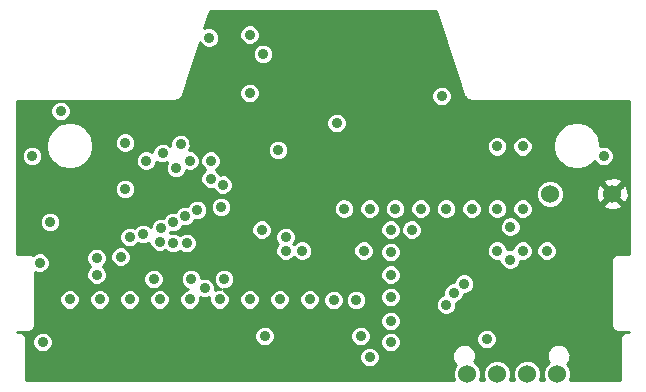
<source format=gbr>
G04 (created by PCBNEW-RS274X (2012-01-19 BZR 3256)-stable) date 22/03/2012 17:56:24*
G01*
G70*
G90*
%MOIN*%
G04 Gerber Fmt 3.4, Leading zero omitted, Abs format*
%FSLAX34Y34*%
G04 APERTURE LIST*
%ADD10C,0.006000*%
%ADD11C,0.060000*%
%ADD12C,0.035000*%
%ADD13C,0.010000*%
G04 APERTURE END LIST*
G54D10*
G54D11*
X97957Y-63600D03*
X100043Y-63600D03*
X95200Y-69600D03*
X96200Y-69600D03*
X97200Y-69600D03*
X98200Y-69600D03*
G54D12*
X87950Y-60250D03*
X94350Y-60350D03*
X84950Y-65200D03*
X87050Y-63300D03*
X89150Y-65050D03*
X86650Y-63100D03*
X95100Y-66600D03*
X89150Y-65500D03*
X95850Y-68450D03*
X84400Y-64950D03*
X83950Y-65050D03*
X86650Y-62500D03*
X85950Y-62500D03*
X85050Y-62250D03*
X91100Y-64100D03*
X91950Y-64100D03*
X92800Y-64100D03*
X93650Y-64100D03*
X94500Y-64100D03*
X95350Y-64100D03*
X96200Y-64100D03*
X97050Y-64100D03*
X81650Y-60850D03*
X87000Y-64050D03*
X81050Y-68550D03*
X88450Y-68350D03*
X91500Y-67150D03*
X91650Y-68350D03*
X89700Y-65500D03*
X85800Y-64350D03*
X92650Y-65550D03*
X96200Y-65500D03*
X97050Y-65500D03*
X92650Y-64800D03*
X86200Y-64150D03*
X85850Y-65250D03*
X94750Y-66900D03*
X92650Y-67850D03*
X85400Y-65250D03*
X94500Y-67300D03*
X92650Y-68550D03*
X92650Y-67050D03*
X85000Y-64750D03*
X97850Y-65500D03*
X92650Y-66300D03*
X85400Y-64550D03*
X96625Y-65800D03*
X80950Y-65900D03*
X82850Y-65750D03*
X85950Y-67125D03*
X84750Y-66450D03*
X81950Y-67125D03*
X87100Y-66450D03*
X83950Y-67125D03*
X86950Y-67125D03*
X88950Y-67125D03*
X86000Y-66450D03*
X84950Y-67125D03*
X86450Y-66750D03*
X87950Y-67125D03*
X82850Y-66300D03*
X83800Y-63450D03*
X89950Y-67125D03*
X82950Y-67125D03*
X90750Y-67150D03*
X96640Y-64700D03*
X93350Y-64800D03*
X92650Y-69700D03*
X98400Y-66100D03*
X84350Y-63550D03*
X86800Y-61900D03*
X89400Y-60700D03*
X86100Y-61900D03*
X92100Y-60600D03*
X88300Y-62150D03*
X84350Y-61900D03*
X81750Y-65100D03*
X98450Y-61050D03*
X81050Y-66600D03*
X87950Y-58300D03*
X86600Y-58400D03*
X88400Y-58950D03*
X91750Y-65500D03*
X84500Y-62500D03*
X91950Y-69050D03*
X97050Y-62025D03*
X81300Y-64550D03*
X83650Y-65700D03*
X88900Y-62150D03*
X85500Y-62750D03*
X96200Y-62025D03*
X83800Y-61900D03*
X88350Y-64800D03*
X90850Y-61250D03*
X99750Y-62350D03*
X80700Y-62350D03*
X85650Y-61950D03*
G54D10*
G36*
X100605Y-68205D02*
X100500Y-68205D01*
X100425Y-68220D01*
X100362Y-68262D01*
X100320Y-68325D01*
X100305Y-68400D01*
X100305Y-69805D01*
X98623Y-69805D01*
X98670Y-69694D01*
X98670Y-69507D01*
X98599Y-69334D01*
X98539Y-69274D01*
X98546Y-69268D01*
X98546Y-69267D01*
X98547Y-69267D01*
X98562Y-69246D01*
X98592Y-69207D01*
X98592Y-69206D01*
X98593Y-69205D01*
X98626Y-69134D01*
X98627Y-69133D01*
X98640Y-69078D01*
X98645Y-69060D01*
X98645Y-69059D01*
X98649Y-68980D01*
X98638Y-68904D01*
X98611Y-68829D01*
X98571Y-68763D01*
X98518Y-68704D01*
X98517Y-68702D01*
X98472Y-68670D01*
X98457Y-68658D01*
X98456Y-68657D01*
X98455Y-68657D01*
X98427Y-68643D01*
X98427Y-63694D01*
X98427Y-63507D01*
X98356Y-63334D01*
X98224Y-63202D01*
X98051Y-63130D01*
X97864Y-63130D01*
X97691Y-63201D01*
X97559Y-63333D01*
X97487Y-63506D01*
X97487Y-63693D01*
X97558Y-63866D01*
X97690Y-63998D01*
X97863Y-64070D01*
X98050Y-64070D01*
X98223Y-63999D01*
X98355Y-63867D01*
X98427Y-63694D01*
X98427Y-68643D01*
X98384Y-68624D01*
X98382Y-68623D01*
X98346Y-68614D01*
X98310Y-68605D01*
X98230Y-68601D01*
X98194Y-68606D01*
X98194Y-65569D01*
X98194Y-65432D01*
X98142Y-65306D01*
X98045Y-65209D01*
X97919Y-65156D01*
X97782Y-65156D01*
X97656Y-65208D01*
X97559Y-65305D01*
X97506Y-65431D01*
X97506Y-65568D01*
X97558Y-65694D01*
X97655Y-65791D01*
X97781Y-65844D01*
X97918Y-65844D01*
X98044Y-65792D01*
X98141Y-65695D01*
X98194Y-65569D01*
X98194Y-68606D01*
X98154Y-68612D01*
X98079Y-68639D01*
X98013Y-68679D01*
X97954Y-68731D01*
X97952Y-68733D01*
X97920Y-68777D01*
X97908Y-68793D01*
X97907Y-68793D01*
X97907Y-68795D01*
X97873Y-68868D01*
X97864Y-68904D01*
X97855Y-68940D01*
X97851Y-69020D01*
X97862Y-69096D01*
X97862Y-69097D01*
X97889Y-69171D01*
X97917Y-69217D01*
X97802Y-69333D01*
X97730Y-69506D01*
X97730Y-69693D01*
X97775Y-69805D01*
X97623Y-69805D01*
X97670Y-69694D01*
X97670Y-69507D01*
X97599Y-69334D01*
X97467Y-69202D01*
X97394Y-69171D01*
X97394Y-65569D01*
X97394Y-65432D01*
X97394Y-64169D01*
X97394Y-64032D01*
X97394Y-62094D01*
X97394Y-61957D01*
X97342Y-61831D01*
X97245Y-61734D01*
X97119Y-61681D01*
X96982Y-61681D01*
X96856Y-61733D01*
X96759Y-61830D01*
X96706Y-61956D01*
X96706Y-62093D01*
X96758Y-62219D01*
X96855Y-62316D01*
X96981Y-62369D01*
X97118Y-62369D01*
X97244Y-62317D01*
X97341Y-62220D01*
X97394Y-62094D01*
X97394Y-64032D01*
X97342Y-63906D01*
X97245Y-63809D01*
X97119Y-63756D01*
X96982Y-63756D01*
X96856Y-63808D01*
X96759Y-63905D01*
X96706Y-64031D01*
X96706Y-64168D01*
X96758Y-64294D01*
X96855Y-64391D01*
X96981Y-64444D01*
X97118Y-64444D01*
X97244Y-64392D01*
X97341Y-64295D01*
X97394Y-64169D01*
X97394Y-65432D01*
X97342Y-65306D01*
X97245Y-65209D01*
X97119Y-65156D01*
X96984Y-65156D01*
X96984Y-64769D01*
X96984Y-64632D01*
X96932Y-64506D01*
X96835Y-64409D01*
X96709Y-64356D01*
X96572Y-64356D01*
X96544Y-64367D01*
X96544Y-64169D01*
X96544Y-64032D01*
X96544Y-62094D01*
X96544Y-61957D01*
X96492Y-61831D01*
X96395Y-61734D01*
X96269Y-61681D01*
X96132Y-61681D01*
X96006Y-61733D01*
X95909Y-61830D01*
X95856Y-61956D01*
X95856Y-62093D01*
X95908Y-62219D01*
X96005Y-62316D01*
X96131Y-62369D01*
X96268Y-62369D01*
X96394Y-62317D01*
X96491Y-62220D01*
X96544Y-62094D01*
X96544Y-64032D01*
X96492Y-63906D01*
X96395Y-63809D01*
X96269Y-63756D01*
X96132Y-63756D01*
X96006Y-63808D01*
X95909Y-63905D01*
X95856Y-64031D01*
X95856Y-64168D01*
X95908Y-64294D01*
X96005Y-64391D01*
X96131Y-64444D01*
X96268Y-64444D01*
X96394Y-64392D01*
X96491Y-64295D01*
X96544Y-64169D01*
X96544Y-64367D01*
X96446Y-64408D01*
X96349Y-64505D01*
X96296Y-64631D01*
X96296Y-64768D01*
X96348Y-64894D01*
X96445Y-64991D01*
X96571Y-65044D01*
X96708Y-65044D01*
X96834Y-64992D01*
X96931Y-64895D01*
X96984Y-64769D01*
X96984Y-65156D01*
X96982Y-65156D01*
X96856Y-65208D01*
X96759Y-65305D01*
X96706Y-65431D01*
X96706Y-65461D01*
X96694Y-65456D01*
X96557Y-65456D01*
X96544Y-65461D01*
X96544Y-65432D01*
X96492Y-65306D01*
X96395Y-65209D01*
X96269Y-65156D01*
X96132Y-65156D01*
X96006Y-65208D01*
X95909Y-65305D01*
X95856Y-65431D01*
X95856Y-65568D01*
X95908Y-65694D01*
X96005Y-65791D01*
X96131Y-65844D01*
X96268Y-65844D01*
X96281Y-65838D01*
X96281Y-65868D01*
X96333Y-65994D01*
X96430Y-66091D01*
X96556Y-66144D01*
X96693Y-66144D01*
X96819Y-66092D01*
X96916Y-65995D01*
X96969Y-65869D01*
X96969Y-65838D01*
X96981Y-65844D01*
X97118Y-65844D01*
X97244Y-65792D01*
X97341Y-65695D01*
X97394Y-65569D01*
X97394Y-69171D01*
X97294Y-69130D01*
X97107Y-69130D01*
X96934Y-69201D01*
X96802Y-69333D01*
X96730Y-69506D01*
X96730Y-69693D01*
X96775Y-69805D01*
X96623Y-69805D01*
X96670Y-69694D01*
X96670Y-69507D01*
X96599Y-69334D01*
X96467Y-69202D01*
X96294Y-69130D01*
X96194Y-69130D01*
X96194Y-68519D01*
X96194Y-68382D01*
X96142Y-68256D01*
X96045Y-68159D01*
X95919Y-68106D01*
X95782Y-68106D01*
X95694Y-68142D01*
X95694Y-64169D01*
X95694Y-64032D01*
X95642Y-63906D01*
X95545Y-63809D01*
X95419Y-63756D01*
X95282Y-63756D01*
X95156Y-63808D01*
X95059Y-63905D01*
X95006Y-64031D01*
X95006Y-64168D01*
X95058Y-64294D01*
X95155Y-64391D01*
X95281Y-64444D01*
X95418Y-64444D01*
X95544Y-64392D01*
X95641Y-64295D01*
X95694Y-64169D01*
X95694Y-68142D01*
X95656Y-68158D01*
X95559Y-68255D01*
X95506Y-68381D01*
X95506Y-68518D01*
X95558Y-68644D01*
X95655Y-68741D01*
X95781Y-68794D01*
X95918Y-68794D01*
X96044Y-68742D01*
X96141Y-68645D01*
X96194Y-68519D01*
X96194Y-69130D01*
X96107Y-69130D01*
X95934Y-69201D01*
X95802Y-69333D01*
X95730Y-69506D01*
X95730Y-69693D01*
X95775Y-69805D01*
X95623Y-69805D01*
X95670Y-69694D01*
X95670Y-69507D01*
X95599Y-69334D01*
X95467Y-69202D01*
X95448Y-69194D01*
X95476Y-69134D01*
X95477Y-69133D01*
X95490Y-69078D01*
X95495Y-69060D01*
X95495Y-69059D01*
X95499Y-68980D01*
X95488Y-68904D01*
X95461Y-68829D01*
X95444Y-68800D01*
X95444Y-66669D01*
X95444Y-66532D01*
X95392Y-66406D01*
X95295Y-66309D01*
X95169Y-66256D01*
X95032Y-66256D01*
X94906Y-66308D01*
X94844Y-66370D01*
X94844Y-64169D01*
X94844Y-64032D01*
X94792Y-63906D01*
X94695Y-63809D01*
X94694Y-63808D01*
X94694Y-60419D01*
X94694Y-60282D01*
X94642Y-60156D01*
X94545Y-60059D01*
X94419Y-60006D01*
X94282Y-60006D01*
X94156Y-60058D01*
X94059Y-60155D01*
X94006Y-60281D01*
X94006Y-60418D01*
X94058Y-60544D01*
X94155Y-60641D01*
X94281Y-60694D01*
X94418Y-60694D01*
X94544Y-60642D01*
X94641Y-60545D01*
X94694Y-60419D01*
X94694Y-63808D01*
X94569Y-63756D01*
X94432Y-63756D01*
X94306Y-63808D01*
X94209Y-63905D01*
X94156Y-64031D01*
X94156Y-64168D01*
X94208Y-64294D01*
X94305Y-64391D01*
X94431Y-64444D01*
X94568Y-64444D01*
X94694Y-64392D01*
X94791Y-64295D01*
X94844Y-64169D01*
X94844Y-66370D01*
X94809Y-66405D01*
X94756Y-66531D01*
X94756Y-66556D01*
X94682Y-66556D01*
X94556Y-66608D01*
X94459Y-66705D01*
X94406Y-66831D01*
X94406Y-66966D01*
X94306Y-67008D01*
X94209Y-67105D01*
X94156Y-67231D01*
X94156Y-67368D01*
X94208Y-67494D01*
X94305Y-67591D01*
X94431Y-67644D01*
X94568Y-67644D01*
X94694Y-67592D01*
X94791Y-67495D01*
X94844Y-67369D01*
X94844Y-67233D01*
X94844Y-67232D01*
X94944Y-67192D01*
X95041Y-67095D01*
X95094Y-66969D01*
X95094Y-66944D01*
X95168Y-66944D01*
X95294Y-66892D01*
X95391Y-66795D01*
X95444Y-66669D01*
X95444Y-68800D01*
X95421Y-68763D01*
X95368Y-68704D01*
X95367Y-68702D01*
X95322Y-68670D01*
X95307Y-68658D01*
X95306Y-68657D01*
X95305Y-68657D01*
X95234Y-68624D01*
X95232Y-68623D01*
X95196Y-68614D01*
X95160Y-68605D01*
X95080Y-68601D01*
X95004Y-68612D01*
X94929Y-68639D01*
X94863Y-68679D01*
X94804Y-68731D01*
X94802Y-68733D01*
X94770Y-68777D01*
X94758Y-68793D01*
X94757Y-68793D01*
X94757Y-68795D01*
X94723Y-68868D01*
X94714Y-68904D01*
X94705Y-68940D01*
X94701Y-69020D01*
X94712Y-69096D01*
X94712Y-69097D01*
X94739Y-69171D01*
X94778Y-69236D01*
X94832Y-69296D01*
X94833Y-69297D01*
X94835Y-69299D01*
X94802Y-69333D01*
X94730Y-69506D01*
X94730Y-69693D01*
X94775Y-69805D01*
X93994Y-69805D01*
X93994Y-64169D01*
X93994Y-64032D01*
X93942Y-63906D01*
X93845Y-63809D01*
X93719Y-63756D01*
X93582Y-63756D01*
X93456Y-63808D01*
X93359Y-63905D01*
X93306Y-64031D01*
X93306Y-64168D01*
X93358Y-64294D01*
X93455Y-64391D01*
X93581Y-64444D01*
X93718Y-64444D01*
X93844Y-64392D01*
X93941Y-64295D01*
X93994Y-64169D01*
X93994Y-69805D01*
X93694Y-69805D01*
X93694Y-64869D01*
X93694Y-64732D01*
X93642Y-64606D01*
X93545Y-64509D01*
X93419Y-64456D01*
X93282Y-64456D01*
X93156Y-64508D01*
X93144Y-64520D01*
X93144Y-64169D01*
X93144Y-64032D01*
X93092Y-63906D01*
X92995Y-63809D01*
X92869Y-63756D01*
X92732Y-63756D01*
X92606Y-63808D01*
X92509Y-63905D01*
X92456Y-64031D01*
X92456Y-64168D01*
X92508Y-64294D01*
X92605Y-64391D01*
X92731Y-64444D01*
X92868Y-64444D01*
X92994Y-64392D01*
X93091Y-64295D01*
X93144Y-64169D01*
X93144Y-64520D01*
X93059Y-64605D01*
X93006Y-64731D01*
X93006Y-64868D01*
X93058Y-64994D01*
X93155Y-65091D01*
X93281Y-65144D01*
X93418Y-65144D01*
X93544Y-65092D01*
X93641Y-64995D01*
X93694Y-64869D01*
X93694Y-69805D01*
X92994Y-69805D01*
X92994Y-68619D01*
X92994Y-68482D01*
X92994Y-67919D01*
X92994Y-67782D01*
X92994Y-67119D01*
X92994Y-66982D01*
X92994Y-66369D01*
X92994Y-66232D01*
X92994Y-65619D01*
X92994Y-65482D01*
X92994Y-64869D01*
X92994Y-64732D01*
X92942Y-64606D01*
X92845Y-64509D01*
X92719Y-64456D01*
X92582Y-64456D01*
X92456Y-64508D01*
X92359Y-64605D01*
X92306Y-64731D01*
X92306Y-64868D01*
X92358Y-64994D01*
X92455Y-65091D01*
X92581Y-65144D01*
X92718Y-65144D01*
X92844Y-65092D01*
X92941Y-64995D01*
X92994Y-64869D01*
X92994Y-65482D01*
X92942Y-65356D01*
X92845Y-65259D01*
X92719Y-65206D01*
X92582Y-65206D01*
X92456Y-65258D01*
X92359Y-65355D01*
X92306Y-65481D01*
X92306Y-65618D01*
X92358Y-65744D01*
X92455Y-65841D01*
X92581Y-65894D01*
X92718Y-65894D01*
X92844Y-65842D01*
X92941Y-65745D01*
X92994Y-65619D01*
X92994Y-66232D01*
X92942Y-66106D01*
X92845Y-66009D01*
X92719Y-65956D01*
X92582Y-65956D01*
X92456Y-66008D01*
X92359Y-66105D01*
X92306Y-66231D01*
X92306Y-66368D01*
X92358Y-66494D01*
X92455Y-66591D01*
X92581Y-66644D01*
X92718Y-66644D01*
X92844Y-66592D01*
X92941Y-66495D01*
X92994Y-66369D01*
X92994Y-66982D01*
X92942Y-66856D01*
X92845Y-66759D01*
X92719Y-66706D01*
X92582Y-66706D01*
X92456Y-66758D01*
X92359Y-66855D01*
X92306Y-66981D01*
X92306Y-67118D01*
X92358Y-67244D01*
X92455Y-67341D01*
X92581Y-67394D01*
X92718Y-67394D01*
X92844Y-67342D01*
X92941Y-67245D01*
X92994Y-67119D01*
X92994Y-67782D01*
X92942Y-67656D01*
X92845Y-67559D01*
X92719Y-67506D01*
X92582Y-67506D01*
X92456Y-67558D01*
X92359Y-67655D01*
X92306Y-67781D01*
X92306Y-67918D01*
X92358Y-68044D01*
X92455Y-68141D01*
X92581Y-68194D01*
X92718Y-68194D01*
X92844Y-68142D01*
X92941Y-68045D01*
X92994Y-67919D01*
X92994Y-68482D01*
X92942Y-68356D01*
X92845Y-68259D01*
X92719Y-68206D01*
X92582Y-68206D01*
X92456Y-68258D01*
X92359Y-68355D01*
X92306Y-68481D01*
X92306Y-68618D01*
X92358Y-68744D01*
X92455Y-68841D01*
X92581Y-68894D01*
X92718Y-68894D01*
X92844Y-68842D01*
X92941Y-68745D01*
X92994Y-68619D01*
X92994Y-69805D01*
X92294Y-69805D01*
X92294Y-69119D01*
X92294Y-68982D01*
X92294Y-64169D01*
X92294Y-64032D01*
X92242Y-63906D01*
X92145Y-63809D01*
X92019Y-63756D01*
X91882Y-63756D01*
X91756Y-63808D01*
X91659Y-63905D01*
X91606Y-64031D01*
X91606Y-64168D01*
X91658Y-64294D01*
X91755Y-64391D01*
X91881Y-64444D01*
X92018Y-64444D01*
X92144Y-64392D01*
X92241Y-64295D01*
X92294Y-64169D01*
X92294Y-68982D01*
X92242Y-68856D01*
X92145Y-68759D01*
X92094Y-68737D01*
X92094Y-65569D01*
X92094Y-65432D01*
X92042Y-65306D01*
X91945Y-65209D01*
X91819Y-65156D01*
X91682Y-65156D01*
X91556Y-65208D01*
X91459Y-65305D01*
X91444Y-65340D01*
X91444Y-64169D01*
X91444Y-64032D01*
X91392Y-63906D01*
X91295Y-63809D01*
X91194Y-63766D01*
X91194Y-61319D01*
X91194Y-61182D01*
X91142Y-61056D01*
X91045Y-60959D01*
X90919Y-60906D01*
X90782Y-60906D01*
X90656Y-60958D01*
X90559Y-61055D01*
X90506Y-61181D01*
X90506Y-61318D01*
X90558Y-61444D01*
X90655Y-61541D01*
X90781Y-61594D01*
X90918Y-61594D01*
X91044Y-61542D01*
X91141Y-61445D01*
X91194Y-61319D01*
X91194Y-63766D01*
X91169Y-63756D01*
X91032Y-63756D01*
X90906Y-63808D01*
X90809Y-63905D01*
X90756Y-64031D01*
X90756Y-64168D01*
X90808Y-64294D01*
X90905Y-64391D01*
X91031Y-64444D01*
X91168Y-64444D01*
X91294Y-64392D01*
X91391Y-64295D01*
X91444Y-64169D01*
X91444Y-65340D01*
X91406Y-65431D01*
X91406Y-65568D01*
X91458Y-65694D01*
X91555Y-65791D01*
X91681Y-65844D01*
X91818Y-65844D01*
X91944Y-65792D01*
X92041Y-65695D01*
X92094Y-65569D01*
X92094Y-68737D01*
X92019Y-68706D01*
X91994Y-68706D01*
X91994Y-68419D01*
X91994Y-68282D01*
X91942Y-68156D01*
X91845Y-68059D01*
X91844Y-68058D01*
X91844Y-67219D01*
X91844Y-67082D01*
X91792Y-66956D01*
X91695Y-66859D01*
X91569Y-66806D01*
X91432Y-66806D01*
X91306Y-66858D01*
X91209Y-66955D01*
X91156Y-67081D01*
X91156Y-67218D01*
X91208Y-67344D01*
X91305Y-67441D01*
X91431Y-67494D01*
X91568Y-67494D01*
X91694Y-67442D01*
X91791Y-67345D01*
X91844Y-67219D01*
X91844Y-68058D01*
X91719Y-68006D01*
X91582Y-68006D01*
X91456Y-68058D01*
X91359Y-68155D01*
X91306Y-68281D01*
X91306Y-68418D01*
X91358Y-68544D01*
X91455Y-68641D01*
X91581Y-68694D01*
X91718Y-68694D01*
X91844Y-68642D01*
X91941Y-68545D01*
X91994Y-68419D01*
X91994Y-68706D01*
X91882Y-68706D01*
X91756Y-68758D01*
X91659Y-68855D01*
X91606Y-68981D01*
X91606Y-69118D01*
X91658Y-69244D01*
X91755Y-69341D01*
X91881Y-69394D01*
X92018Y-69394D01*
X92144Y-69342D01*
X92241Y-69245D01*
X92294Y-69119D01*
X92294Y-69805D01*
X91094Y-69805D01*
X91094Y-67219D01*
X91094Y-67082D01*
X91042Y-66956D01*
X90945Y-66859D01*
X90819Y-66806D01*
X90682Y-66806D01*
X90556Y-66858D01*
X90459Y-66955D01*
X90406Y-67081D01*
X90406Y-67218D01*
X90458Y-67344D01*
X90555Y-67441D01*
X90681Y-67494D01*
X90818Y-67494D01*
X90944Y-67442D01*
X91041Y-67345D01*
X91094Y-67219D01*
X91094Y-69805D01*
X90294Y-69805D01*
X90294Y-67194D01*
X90294Y-67057D01*
X90242Y-66931D01*
X90145Y-66834D01*
X90044Y-66791D01*
X90044Y-65569D01*
X90044Y-65432D01*
X89992Y-65306D01*
X89895Y-65209D01*
X89769Y-65156D01*
X89632Y-65156D01*
X89506Y-65208D01*
X89425Y-65289D01*
X89411Y-65275D01*
X89441Y-65245D01*
X89494Y-65119D01*
X89494Y-64982D01*
X89442Y-64856D01*
X89345Y-64759D01*
X89244Y-64716D01*
X89244Y-62219D01*
X89244Y-62082D01*
X89192Y-61956D01*
X89095Y-61859D01*
X88969Y-61806D01*
X88832Y-61806D01*
X88744Y-61842D01*
X88744Y-59019D01*
X88744Y-58882D01*
X88692Y-58756D01*
X88595Y-58659D01*
X88469Y-58606D01*
X88332Y-58606D01*
X88294Y-58621D01*
X88294Y-58369D01*
X88294Y-58232D01*
X88242Y-58106D01*
X88145Y-58009D01*
X88019Y-57956D01*
X87882Y-57956D01*
X87756Y-58008D01*
X87659Y-58105D01*
X87606Y-58231D01*
X87606Y-58368D01*
X87658Y-58494D01*
X87755Y-58591D01*
X87881Y-58644D01*
X88018Y-58644D01*
X88144Y-58592D01*
X88241Y-58495D01*
X88294Y-58369D01*
X88294Y-58621D01*
X88206Y-58658D01*
X88109Y-58755D01*
X88056Y-58881D01*
X88056Y-59018D01*
X88108Y-59144D01*
X88205Y-59241D01*
X88331Y-59294D01*
X88468Y-59294D01*
X88594Y-59242D01*
X88691Y-59145D01*
X88744Y-59019D01*
X88744Y-61842D01*
X88706Y-61858D01*
X88609Y-61955D01*
X88556Y-62081D01*
X88556Y-62218D01*
X88608Y-62344D01*
X88705Y-62441D01*
X88831Y-62494D01*
X88968Y-62494D01*
X89094Y-62442D01*
X89191Y-62345D01*
X89244Y-62219D01*
X89244Y-64716D01*
X89219Y-64706D01*
X89082Y-64706D01*
X88956Y-64758D01*
X88859Y-64855D01*
X88806Y-64981D01*
X88806Y-65118D01*
X88858Y-65244D01*
X88889Y-65275D01*
X88859Y-65305D01*
X88806Y-65431D01*
X88806Y-65568D01*
X88858Y-65694D01*
X88955Y-65791D01*
X89081Y-65844D01*
X89218Y-65844D01*
X89344Y-65792D01*
X89425Y-65711D01*
X89505Y-65791D01*
X89631Y-65844D01*
X89768Y-65844D01*
X89894Y-65792D01*
X89991Y-65695D01*
X90044Y-65569D01*
X90044Y-66791D01*
X90019Y-66781D01*
X89882Y-66781D01*
X89756Y-66833D01*
X89659Y-66930D01*
X89606Y-67056D01*
X89606Y-67193D01*
X89658Y-67319D01*
X89755Y-67416D01*
X89881Y-67469D01*
X90018Y-67469D01*
X90144Y-67417D01*
X90241Y-67320D01*
X90294Y-67194D01*
X90294Y-69805D01*
X89294Y-69805D01*
X89294Y-67194D01*
X89294Y-67057D01*
X89242Y-66931D01*
X89145Y-66834D01*
X89019Y-66781D01*
X88882Y-66781D01*
X88756Y-66833D01*
X88694Y-66895D01*
X88694Y-64869D01*
X88694Y-64732D01*
X88642Y-64606D01*
X88545Y-64509D01*
X88419Y-64456D01*
X88294Y-64456D01*
X88294Y-60319D01*
X88294Y-60182D01*
X88242Y-60056D01*
X88145Y-59959D01*
X88019Y-59906D01*
X87882Y-59906D01*
X87756Y-59958D01*
X87659Y-60055D01*
X87606Y-60181D01*
X87606Y-60318D01*
X87658Y-60444D01*
X87755Y-60541D01*
X87881Y-60594D01*
X88018Y-60594D01*
X88144Y-60542D01*
X88241Y-60445D01*
X88294Y-60319D01*
X88294Y-64456D01*
X88282Y-64456D01*
X88156Y-64508D01*
X88059Y-64605D01*
X88006Y-64731D01*
X88006Y-64868D01*
X88058Y-64994D01*
X88155Y-65091D01*
X88281Y-65144D01*
X88418Y-65144D01*
X88544Y-65092D01*
X88641Y-64995D01*
X88694Y-64869D01*
X88694Y-66895D01*
X88659Y-66930D01*
X88606Y-67056D01*
X88606Y-67193D01*
X88658Y-67319D01*
X88755Y-67416D01*
X88881Y-67469D01*
X89018Y-67469D01*
X89144Y-67417D01*
X89241Y-67320D01*
X89294Y-67194D01*
X89294Y-69805D01*
X88794Y-69805D01*
X88794Y-68419D01*
X88794Y-68282D01*
X88742Y-68156D01*
X88645Y-68059D01*
X88519Y-68006D01*
X88382Y-68006D01*
X88294Y-68042D01*
X88294Y-67194D01*
X88294Y-67057D01*
X88242Y-66931D01*
X88145Y-66834D01*
X88019Y-66781D01*
X87882Y-66781D01*
X87756Y-66833D01*
X87659Y-66930D01*
X87606Y-67056D01*
X87606Y-67193D01*
X87658Y-67319D01*
X87755Y-67416D01*
X87881Y-67469D01*
X88018Y-67469D01*
X88144Y-67417D01*
X88241Y-67320D01*
X88294Y-67194D01*
X88294Y-68042D01*
X88256Y-68058D01*
X88159Y-68155D01*
X88106Y-68281D01*
X88106Y-68418D01*
X88158Y-68544D01*
X88255Y-68641D01*
X88381Y-68694D01*
X88518Y-68694D01*
X88644Y-68642D01*
X88741Y-68545D01*
X88794Y-68419D01*
X88794Y-69805D01*
X87444Y-69805D01*
X87444Y-66519D01*
X87444Y-66382D01*
X87394Y-66260D01*
X87394Y-63369D01*
X87394Y-63232D01*
X87342Y-63106D01*
X87245Y-63009D01*
X87119Y-62956D01*
X86982Y-62956D01*
X86965Y-62962D01*
X86942Y-62906D01*
X86845Y-62809D01*
X86824Y-62800D01*
X86844Y-62792D01*
X86941Y-62695D01*
X86994Y-62569D01*
X86994Y-62432D01*
X86942Y-62306D01*
X86845Y-62209D01*
X86719Y-62156D01*
X86582Y-62156D01*
X86456Y-62208D01*
X86359Y-62305D01*
X86306Y-62431D01*
X86306Y-62568D01*
X86358Y-62694D01*
X86455Y-62791D01*
X86475Y-62799D01*
X86456Y-62808D01*
X86359Y-62905D01*
X86306Y-63031D01*
X86306Y-63168D01*
X86358Y-63294D01*
X86455Y-63391D01*
X86581Y-63444D01*
X86718Y-63444D01*
X86734Y-63437D01*
X86758Y-63494D01*
X86855Y-63591D01*
X86981Y-63644D01*
X87118Y-63644D01*
X87244Y-63592D01*
X87341Y-63495D01*
X87394Y-63369D01*
X87394Y-66260D01*
X87392Y-66256D01*
X87344Y-66208D01*
X87344Y-64119D01*
X87344Y-63982D01*
X87292Y-63856D01*
X87195Y-63759D01*
X87069Y-63706D01*
X86932Y-63706D01*
X86806Y-63758D01*
X86709Y-63855D01*
X86656Y-63981D01*
X86656Y-64118D01*
X86708Y-64244D01*
X86805Y-64341D01*
X86931Y-64394D01*
X87068Y-64394D01*
X87194Y-64342D01*
X87291Y-64245D01*
X87344Y-64119D01*
X87344Y-66208D01*
X87295Y-66159D01*
X87169Y-66106D01*
X87032Y-66106D01*
X86906Y-66158D01*
X86809Y-66255D01*
X86756Y-66381D01*
X86756Y-66518D01*
X86808Y-66644D01*
X86905Y-66741D01*
X87000Y-66781D01*
X86882Y-66781D01*
X86794Y-66817D01*
X86794Y-66682D01*
X86742Y-66556D01*
X86645Y-66459D01*
X86544Y-66416D01*
X86544Y-64219D01*
X86544Y-64082D01*
X86492Y-63956D01*
X86395Y-63859D01*
X86294Y-63816D01*
X86294Y-62569D01*
X86294Y-62432D01*
X86242Y-62306D01*
X86145Y-62209D01*
X86019Y-62156D01*
X85930Y-62156D01*
X85941Y-62145D01*
X85994Y-62019D01*
X85994Y-61882D01*
X85942Y-61756D01*
X85845Y-61659D01*
X85719Y-61606D01*
X85582Y-61606D01*
X85456Y-61658D01*
X85359Y-61755D01*
X85306Y-61881D01*
X85306Y-62018D01*
X85307Y-62021D01*
X85245Y-61959D01*
X85119Y-61906D01*
X84982Y-61906D01*
X84856Y-61958D01*
X84759Y-62055D01*
X84706Y-62181D01*
X84706Y-62220D01*
X84695Y-62209D01*
X84569Y-62156D01*
X84432Y-62156D01*
X84306Y-62208D01*
X84209Y-62305D01*
X84156Y-62431D01*
X84156Y-62568D01*
X84208Y-62694D01*
X84305Y-62791D01*
X84431Y-62844D01*
X84568Y-62844D01*
X84694Y-62792D01*
X84791Y-62695D01*
X84844Y-62569D01*
X84844Y-62530D01*
X84855Y-62541D01*
X84981Y-62594D01*
X85118Y-62594D01*
X85208Y-62556D01*
X85156Y-62681D01*
X85156Y-62818D01*
X85208Y-62944D01*
X85305Y-63041D01*
X85431Y-63094D01*
X85568Y-63094D01*
X85694Y-63042D01*
X85791Y-62945D01*
X85840Y-62827D01*
X85881Y-62844D01*
X86018Y-62844D01*
X86144Y-62792D01*
X86241Y-62695D01*
X86294Y-62569D01*
X86294Y-63816D01*
X86269Y-63806D01*
X86132Y-63806D01*
X86006Y-63858D01*
X85909Y-63955D01*
X85884Y-64012D01*
X85869Y-64006D01*
X85732Y-64006D01*
X85606Y-64058D01*
X85509Y-64155D01*
X85484Y-64212D01*
X85469Y-64206D01*
X85332Y-64206D01*
X85206Y-64258D01*
X85109Y-64355D01*
X85084Y-64412D01*
X85069Y-64406D01*
X84932Y-64406D01*
X84806Y-64458D01*
X84709Y-64555D01*
X84656Y-64681D01*
X84656Y-64720D01*
X84595Y-64659D01*
X84469Y-64606D01*
X84332Y-64606D01*
X84206Y-64658D01*
X84144Y-64719D01*
X84144Y-63519D01*
X84144Y-63382D01*
X84144Y-61969D01*
X84144Y-61832D01*
X84092Y-61706D01*
X83995Y-61609D01*
X83869Y-61556D01*
X83732Y-61556D01*
X83606Y-61608D01*
X83509Y-61705D01*
X83456Y-61831D01*
X83456Y-61968D01*
X83508Y-62094D01*
X83605Y-62191D01*
X83731Y-62244D01*
X83868Y-62244D01*
X83994Y-62192D01*
X84091Y-62095D01*
X84144Y-61969D01*
X84144Y-63382D01*
X84092Y-63256D01*
X83995Y-63159D01*
X83869Y-63106D01*
X83732Y-63106D01*
X83606Y-63158D01*
X83509Y-63255D01*
X83456Y-63381D01*
X83456Y-63518D01*
X83508Y-63644D01*
X83605Y-63741D01*
X83731Y-63794D01*
X83868Y-63794D01*
X83994Y-63742D01*
X84091Y-63645D01*
X84144Y-63519D01*
X84144Y-64719D01*
X84116Y-64747D01*
X84019Y-64706D01*
X83882Y-64706D01*
X83756Y-64758D01*
X83659Y-64855D01*
X83606Y-64981D01*
X83606Y-65118D01*
X83658Y-65244D01*
X83755Y-65341D01*
X83881Y-65394D01*
X84018Y-65394D01*
X84144Y-65342D01*
X84233Y-65252D01*
X84331Y-65294D01*
X84468Y-65294D01*
X84594Y-65242D01*
X84606Y-65230D01*
X84606Y-65268D01*
X84658Y-65394D01*
X84755Y-65491D01*
X84881Y-65544D01*
X85018Y-65544D01*
X85144Y-65492D01*
X85150Y-65486D01*
X85205Y-65541D01*
X85331Y-65594D01*
X85468Y-65594D01*
X85594Y-65542D01*
X85625Y-65511D01*
X85655Y-65541D01*
X85781Y-65594D01*
X85918Y-65594D01*
X86044Y-65542D01*
X86141Y-65445D01*
X86194Y-65319D01*
X86194Y-65182D01*
X86142Y-65056D01*
X86045Y-64959D01*
X85919Y-64906D01*
X85782Y-64906D01*
X85656Y-64958D01*
X85625Y-64989D01*
X85595Y-64959D01*
X85469Y-64906D01*
X85332Y-64906D01*
X85302Y-64918D01*
X85315Y-64887D01*
X85331Y-64894D01*
X85468Y-64894D01*
X85594Y-64842D01*
X85691Y-64745D01*
X85715Y-64687D01*
X85731Y-64694D01*
X85868Y-64694D01*
X85994Y-64642D01*
X86091Y-64545D01*
X86115Y-64487D01*
X86131Y-64494D01*
X86268Y-64494D01*
X86394Y-64442D01*
X86491Y-64345D01*
X86544Y-64219D01*
X86544Y-66416D01*
X86519Y-66406D01*
X86382Y-66406D01*
X86344Y-66421D01*
X86344Y-66382D01*
X86292Y-66256D01*
X86195Y-66159D01*
X86069Y-66106D01*
X85932Y-66106D01*
X85806Y-66158D01*
X85709Y-66255D01*
X85656Y-66381D01*
X85656Y-66518D01*
X85708Y-66644D01*
X85805Y-66741D01*
X85900Y-66781D01*
X85882Y-66781D01*
X85756Y-66833D01*
X85659Y-66930D01*
X85606Y-67056D01*
X85606Y-67193D01*
X85658Y-67319D01*
X85755Y-67416D01*
X85881Y-67469D01*
X86018Y-67469D01*
X86144Y-67417D01*
X86241Y-67320D01*
X86294Y-67194D01*
X86294Y-67057D01*
X86381Y-67094D01*
X86518Y-67094D01*
X86606Y-67057D01*
X86606Y-67193D01*
X86658Y-67319D01*
X86755Y-67416D01*
X86881Y-67469D01*
X87018Y-67469D01*
X87144Y-67417D01*
X87241Y-67320D01*
X87294Y-67194D01*
X87294Y-67057D01*
X87242Y-66931D01*
X87145Y-66834D01*
X87049Y-66794D01*
X87168Y-66794D01*
X87294Y-66742D01*
X87391Y-66645D01*
X87444Y-66519D01*
X87444Y-69805D01*
X85294Y-69805D01*
X85294Y-67194D01*
X85294Y-67057D01*
X85242Y-66931D01*
X85145Y-66834D01*
X85094Y-66812D01*
X85094Y-66519D01*
X85094Y-66382D01*
X85042Y-66256D01*
X84945Y-66159D01*
X84819Y-66106D01*
X84682Y-66106D01*
X84556Y-66158D01*
X84459Y-66255D01*
X84406Y-66381D01*
X84406Y-66518D01*
X84458Y-66644D01*
X84555Y-66741D01*
X84681Y-66794D01*
X84818Y-66794D01*
X84944Y-66742D01*
X85041Y-66645D01*
X85094Y-66519D01*
X85094Y-66812D01*
X85019Y-66781D01*
X84882Y-66781D01*
X84756Y-66833D01*
X84659Y-66930D01*
X84606Y-67056D01*
X84606Y-67193D01*
X84658Y-67319D01*
X84755Y-67416D01*
X84881Y-67469D01*
X85018Y-67469D01*
X85144Y-67417D01*
X85241Y-67320D01*
X85294Y-67194D01*
X85294Y-69805D01*
X84294Y-69805D01*
X84294Y-67194D01*
X84294Y-67057D01*
X84242Y-66931D01*
X84145Y-66834D01*
X84019Y-66781D01*
X83994Y-66781D01*
X83994Y-65769D01*
X83994Y-65632D01*
X83942Y-65506D01*
X83845Y-65409D01*
X83719Y-65356D01*
X83582Y-65356D01*
X83456Y-65408D01*
X83359Y-65505D01*
X83306Y-65631D01*
X83306Y-65768D01*
X83358Y-65894D01*
X83455Y-65991D01*
X83581Y-66044D01*
X83718Y-66044D01*
X83844Y-65992D01*
X83941Y-65895D01*
X83994Y-65769D01*
X83994Y-66781D01*
X83882Y-66781D01*
X83756Y-66833D01*
X83659Y-66930D01*
X83606Y-67056D01*
X83606Y-67193D01*
X83658Y-67319D01*
X83755Y-67416D01*
X83881Y-67469D01*
X84018Y-67469D01*
X84144Y-67417D01*
X84241Y-67320D01*
X84294Y-67194D01*
X84294Y-69805D01*
X83294Y-69805D01*
X83294Y-67194D01*
X83294Y-67057D01*
X83242Y-66931D01*
X83194Y-66883D01*
X83194Y-66369D01*
X83194Y-66232D01*
X83142Y-66106D01*
X83061Y-66025D01*
X83141Y-65945D01*
X83194Y-65819D01*
X83194Y-65682D01*
X83142Y-65556D01*
X83045Y-65459D01*
X82919Y-65406D01*
X82782Y-65406D01*
X82741Y-65422D01*
X82741Y-62039D01*
X82741Y-62038D01*
X82741Y-61962D01*
X82741Y-61961D01*
X82695Y-61732D01*
X82666Y-61661D01*
X82536Y-61468D01*
X82482Y-61414D01*
X82288Y-61284D01*
X82218Y-61255D01*
X81994Y-61210D01*
X81994Y-60919D01*
X81994Y-60782D01*
X81942Y-60656D01*
X81845Y-60559D01*
X81719Y-60506D01*
X81582Y-60506D01*
X81456Y-60558D01*
X81359Y-60655D01*
X81306Y-60781D01*
X81306Y-60918D01*
X81358Y-61044D01*
X81455Y-61141D01*
X81581Y-61194D01*
X81718Y-61194D01*
X81844Y-61142D01*
X81941Y-61045D01*
X81994Y-60919D01*
X81994Y-61210D01*
X81988Y-61209D01*
X81912Y-61209D01*
X81911Y-61209D01*
X81682Y-61255D01*
X81611Y-61284D01*
X81418Y-61414D01*
X81364Y-61468D01*
X81234Y-61662D01*
X81205Y-61732D01*
X81159Y-61962D01*
X81159Y-62038D01*
X81205Y-62268D01*
X81234Y-62338D01*
X81364Y-62532D01*
X81418Y-62586D01*
X81611Y-62716D01*
X81682Y-62745D01*
X81911Y-62791D01*
X81912Y-62791D01*
X81988Y-62791D01*
X82218Y-62745D01*
X82288Y-62716D01*
X82482Y-62586D01*
X82536Y-62532D01*
X82666Y-62339D01*
X82695Y-62268D01*
X82741Y-62039D01*
X82741Y-65422D01*
X82656Y-65458D01*
X82559Y-65555D01*
X82506Y-65681D01*
X82506Y-65818D01*
X82558Y-65944D01*
X82639Y-66025D01*
X82559Y-66105D01*
X82506Y-66231D01*
X82506Y-66368D01*
X82558Y-66494D01*
X82655Y-66591D01*
X82781Y-66644D01*
X82918Y-66644D01*
X83044Y-66592D01*
X83141Y-66495D01*
X83194Y-66369D01*
X83194Y-66883D01*
X83145Y-66834D01*
X83019Y-66781D01*
X82882Y-66781D01*
X82756Y-66833D01*
X82659Y-66930D01*
X82606Y-67056D01*
X82606Y-67193D01*
X82658Y-67319D01*
X82755Y-67416D01*
X82881Y-67469D01*
X83018Y-67469D01*
X83144Y-67417D01*
X83241Y-67320D01*
X83294Y-67194D01*
X83294Y-69805D01*
X82294Y-69805D01*
X82294Y-67194D01*
X82294Y-67057D01*
X82242Y-66931D01*
X82145Y-66834D01*
X82019Y-66781D01*
X81882Y-66781D01*
X81756Y-66833D01*
X81659Y-66930D01*
X81644Y-66965D01*
X81644Y-64619D01*
X81644Y-64482D01*
X81592Y-64356D01*
X81495Y-64259D01*
X81369Y-64206D01*
X81232Y-64206D01*
X81106Y-64258D01*
X81044Y-64320D01*
X81044Y-62419D01*
X81044Y-62282D01*
X80992Y-62156D01*
X80895Y-62059D01*
X80769Y-62006D01*
X80632Y-62006D01*
X80506Y-62058D01*
X80409Y-62155D01*
X80356Y-62281D01*
X80356Y-62418D01*
X80408Y-62544D01*
X80505Y-62641D01*
X80631Y-62694D01*
X80768Y-62694D01*
X80894Y-62642D01*
X80991Y-62545D01*
X81044Y-62419D01*
X81044Y-64320D01*
X81009Y-64355D01*
X80956Y-64481D01*
X80956Y-64618D01*
X81008Y-64744D01*
X81105Y-64841D01*
X81231Y-64894D01*
X81368Y-64894D01*
X81494Y-64842D01*
X81591Y-64745D01*
X81644Y-64619D01*
X81644Y-66965D01*
X81606Y-67056D01*
X81606Y-67193D01*
X81658Y-67319D01*
X81755Y-67416D01*
X81881Y-67469D01*
X82018Y-67469D01*
X82144Y-67417D01*
X82241Y-67320D01*
X82294Y-67194D01*
X82294Y-69805D01*
X81394Y-69805D01*
X81394Y-68619D01*
X81394Y-68482D01*
X81342Y-68356D01*
X81245Y-68259D01*
X81119Y-68206D01*
X80982Y-68206D01*
X80856Y-68258D01*
X80759Y-68355D01*
X80706Y-68481D01*
X80706Y-68618D01*
X80758Y-68744D01*
X80855Y-68841D01*
X80981Y-68894D01*
X81118Y-68894D01*
X81244Y-68842D01*
X81341Y-68745D01*
X81394Y-68619D01*
X81394Y-69805D01*
X80495Y-69805D01*
X80495Y-68400D01*
X80480Y-68325D01*
X80438Y-68262D01*
X80375Y-68220D01*
X80300Y-68205D01*
X80195Y-68205D01*
X80195Y-68195D01*
X80600Y-68195D01*
X80675Y-68180D01*
X80738Y-68138D01*
X80780Y-68075D01*
X80795Y-68000D01*
X80795Y-66207D01*
X80881Y-66244D01*
X81018Y-66244D01*
X81144Y-66192D01*
X81241Y-66095D01*
X81294Y-65969D01*
X81294Y-65832D01*
X81242Y-65706D01*
X81145Y-65609D01*
X81019Y-65556D01*
X80882Y-65556D01*
X80756Y-65608D01*
X80716Y-65647D01*
X80675Y-65620D01*
X80600Y-65605D01*
X80195Y-65605D01*
X80195Y-60495D01*
X85500Y-60495D01*
X85508Y-60493D01*
X85514Y-60494D01*
X85543Y-60486D01*
X85575Y-60480D01*
X85579Y-60476D01*
X85587Y-60475D01*
X85612Y-60454D01*
X85638Y-60438D01*
X85642Y-60431D01*
X85647Y-60428D01*
X85661Y-60402D01*
X85680Y-60375D01*
X85681Y-60368D01*
X85685Y-60362D01*
X86288Y-58546D01*
X86308Y-58594D01*
X86405Y-58691D01*
X86531Y-58744D01*
X86668Y-58744D01*
X86794Y-58692D01*
X86891Y-58595D01*
X86944Y-58469D01*
X86944Y-58332D01*
X86892Y-58206D01*
X86795Y-58109D01*
X86669Y-58056D01*
X86532Y-58056D01*
X86439Y-58094D01*
X86638Y-57495D01*
X94159Y-57495D01*
X95113Y-60362D01*
X95119Y-60373D01*
X95120Y-60375D01*
X95123Y-60380D01*
X95151Y-60428D01*
X95160Y-60435D01*
X95162Y-60438D01*
X95173Y-60445D01*
X95211Y-60475D01*
X95222Y-60478D01*
X95225Y-60480D01*
X95240Y-60483D01*
X95284Y-60495D01*
X95293Y-60493D01*
X95300Y-60495D01*
X100605Y-60495D01*
X100605Y-65605D01*
X100586Y-65605D01*
X100586Y-63679D01*
X100575Y-63466D01*
X100515Y-63319D01*
X100421Y-63292D01*
X100351Y-63362D01*
X100351Y-63222D01*
X100324Y-63128D01*
X100122Y-63057D01*
X100094Y-63058D01*
X100094Y-62419D01*
X100094Y-62282D01*
X100042Y-62156D01*
X99945Y-62059D01*
X99819Y-62006D01*
X99682Y-62006D01*
X99641Y-62022D01*
X99641Y-61962D01*
X99641Y-61961D01*
X99595Y-61732D01*
X99566Y-61661D01*
X99436Y-61468D01*
X99382Y-61414D01*
X99188Y-61284D01*
X99118Y-61255D01*
X98888Y-61209D01*
X98812Y-61209D01*
X98811Y-61209D01*
X98582Y-61255D01*
X98511Y-61284D01*
X98318Y-61414D01*
X98264Y-61468D01*
X98134Y-61662D01*
X98105Y-61732D01*
X98059Y-61962D01*
X98059Y-62038D01*
X98105Y-62268D01*
X98134Y-62338D01*
X98264Y-62532D01*
X98318Y-62586D01*
X98511Y-62716D01*
X98582Y-62745D01*
X98811Y-62791D01*
X98812Y-62791D01*
X98888Y-62791D01*
X99118Y-62745D01*
X99188Y-62716D01*
X99382Y-62586D01*
X99436Y-62532D01*
X99446Y-62516D01*
X99458Y-62544D01*
X99555Y-62641D01*
X99681Y-62694D01*
X99818Y-62694D01*
X99944Y-62642D01*
X100041Y-62545D01*
X100094Y-62419D01*
X100094Y-63058D01*
X99909Y-63068D01*
X99762Y-63128D01*
X99735Y-63222D01*
X100043Y-63529D01*
X100351Y-63222D01*
X100351Y-63362D01*
X100114Y-63600D01*
X100421Y-63908D01*
X100515Y-63881D01*
X100586Y-63679D01*
X100586Y-65605D01*
X100351Y-65605D01*
X100351Y-63978D01*
X100043Y-63671D01*
X99972Y-63741D01*
X99972Y-63600D01*
X99665Y-63292D01*
X99571Y-63319D01*
X99500Y-63521D01*
X99511Y-63734D01*
X99571Y-63881D01*
X99665Y-63908D01*
X99972Y-63600D01*
X99972Y-63741D01*
X99735Y-63978D01*
X99762Y-64072D01*
X99964Y-64143D01*
X100177Y-64132D01*
X100324Y-64072D01*
X100351Y-63978D01*
X100351Y-65605D01*
X100200Y-65605D01*
X100125Y-65620D01*
X100062Y-65662D01*
X100020Y-65725D01*
X100005Y-65800D01*
X100005Y-68000D01*
X100020Y-68075D01*
X100062Y-68138D01*
X100125Y-68180D01*
X100200Y-68195D01*
X100605Y-68195D01*
X100605Y-68205D01*
X100605Y-68205D01*
G37*
G54D13*
X100605Y-68205D02*
X100500Y-68205D01*
X100425Y-68220D01*
X100362Y-68262D01*
X100320Y-68325D01*
X100305Y-68400D01*
X100305Y-69805D01*
X98623Y-69805D01*
X98670Y-69694D01*
X98670Y-69507D01*
X98599Y-69334D01*
X98539Y-69274D01*
X98546Y-69268D01*
X98546Y-69267D01*
X98547Y-69267D01*
X98562Y-69246D01*
X98592Y-69207D01*
X98592Y-69206D01*
X98593Y-69205D01*
X98626Y-69134D01*
X98627Y-69133D01*
X98640Y-69078D01*
X98645Y-69060D01*
X98645Y-69059D01*
X98649Y-68980D01*
X98638Y-68904D01*
X98611Y-68829D01*
X98571Y-68763D01*
X98518Y-68704D01*
X98517Y-68702D01*
X98472Y-68670D01*
X98457Y-68658D01*
X98456Y-68657D01*
X98455Y-68657D01*
X98427Y-68643D01*
X98427Y-63694D01*
X98427Y-63507D01*
X98356Y-63334D01*
X98224Y-63202D01*
X98051Y-63130D01*
X97864Y-63130D01*
X97691Y-63201D01*
X97559Y-63333D01*
X97487Y-63506D01*
X97487Y-63693D01*
X97558Y-63866D01*
X97690Y-63998D01*
X97863Y-64070D01*
X98050Y-64070D01*
X98223Y-63999D01*
X98355Y-63867D01*
X98427Y-63694D01*
X98427Y-68643D01*
X98384Y-68624D01*
X98382Y-68623D01*
X98346Y-68614D01*
X98310Y-68605D01*
X98230Y-68601D01*
X98194Y-68606D01*
X98194Y-65569D01*
X98194Y-65432D01*
X98142Y-65306D01*
X98045Y-65209D01*
X97919Y-65156D01*
X97782Y-65156D01*
X97656Y-65208D01*
X97559Y-65305D01*
X97506Y-65431D01*
X97506Y-65568D01*
X97558Y-65694D01*
X97655Y-65791D01*
X97781Y-65844D01*
X97918Y-65844D01*
X98044Y-65792D01*
X98141Y-65695D01*
X98194Y-65569D01*
X98194Y-68606D01*
X98154Y-68612D01*
X98079Y-68639D01*
X98013Y-68679D01*
X97954Y-68731D01*
X97952Y-68733D01*
X97920Y-68777D01*
X97908Y-68793D01*
X97907Y-68793D01*
X97907Y-68795D01*
X97873Y-68868D01*
X97864Y-68904D01*
X97855Y-68940D01*
X97851Y-69020D01*
X97862Y-69096D01*
X97862Y-69097D01*
X97889Y-69171D01*
X97917Y-69217D01*
X97802Y-69333D01*
X97730Y-69506D01*
X97730Y-69693D01*
X97775Y-69805D01*
X97623Y-69805D01*
X97670Y-69694D01*
X97670Y-69507D01*
X97599Y-69334D01*
X97467Y-69202D01*
X97394Y-69171D01*
X97394Y-65569D01*
X97394Y-65432D01*
X97394Y-64169D01*
X97394Y-64032D01*
X97394Y-62094D01*
X97394Y-61957D01*
X97342Y-61831D01*
X97245Y-61734D01*
X97119Y-61681D01*
X96982Y-61681D01*
X96856Y-61733D01*
X96759Y-61830D01*
X96706Y-61956D01*
X96706Y-62093D01*
X96758Y-62219D01*
X96855Y-62316D01*
X96981Y-62369D01*
X97118Y-62369D01*
X97244Y-62317D01*
X97341Y-62220D01*
X97394Y-62094D01*
X97394Y-64032D01*
X97342Y-63906D01*
X97245Y-63809D01*
X97119Y-63756D01*
X96982Y-63756D01*
X96856Y-63808D01*
X96759Y-63905D01*
X96706Y-64031D01*
X96706Y-64168D01*
X96758Y-64294D01*
X96855Y-64391D01*
X96981Y-64444D01*
X97118Y-64444D01*
X97244Y-64392D01*
X97341Y-64295D01*
X97394Y-64169D01*
X97394Y-65432D01*
X97342Y-65306D01*
X97245Y-65209D01*
X97119Y-65156D01*
X96984Y-65156D01*
X96984Y-64769D01*
X96984Y-64632D01*
X96932Y-64506D01*
X96835Y-64409D01*
X96709Y-64356D01*
X96572Y-64356D01*
X96544Y-64367D01*
X96544Y-64169D01*
X96544Y-64032D01*
X96544Y-62094D01*
X96544Y-61957D01*
X96492Y-61831D01*
X96395Y-61734D01*
X96269Y-61681D01*
X96132Y-61681D01*
X96006Y-61733D01*
X95909Y-61830D01*
X95856Y-61956D01*
X95856Y-62093D01*
X95908Y-62219D01*
X96005Y-62316D01*
X96131Y-62369D01*
X96268Y-62369D01*
X96394Y-62317D01*
X96491Y-62220D01*
X96544Y-62094D01*
X96544Y-64032D01*
X96492Y-63906D01*
X96395Y-63809D01*
X96269Y-63756D01*
X96132Y-63756D01*
X96006Y-63808D01*
X95909Y-63905D01*
X95856Y-64031D01*
X95856Y-64168D01*
X95908Y-64294D01*
X96005Y-64391D01*
X96131Y-64444D01*
X96268Y-64444D01*
X96394Y-64392D01*
X96491Y-64295D01*
X96544Y-64169D01*
X96544Y-64367D01*
X96446Y-64408D01*
X96349Y-64505D01*
X96296Y-64631D01*
X96296Y-64768D01*
X96348Y-64894D01*
X96445Y-64991D01*
X96571Y-65044D01*
X96708Y-65044D01*
X96834Y-64992D01*
X96931Y-64895D01*
X96984Y-64769D01*
X96984Y-65156D01*
X96982Y-65156D01*
X96856Y-65208D01*
X96759Y-65305D01*
X96706Y-65431D01*
X96706Y-65461D01*
X96694Y-65456D01*
X96557Y-65456D01*
X96544Y-65461D01*
X96544Y-65432D01*
X96492Y-65306D01*
X96395Y-65209D01*
X96269Y-65156D01*
X96132Y-65156D01*
X96006Y-65208D01*
X95909Y-65305D01*
X95856Y-65431D01*
X95856Y-65568D01*
X95908Y-65694D01*
X96005Y-65791D01*
X96131Y-65844D01*
X96268Y-65844D01*
X96281Y-65838D01*
X96281Y-65868D01*
X96333Y-65994D01*
X96430Y-66091D01*
X96556Y-66144D01*
X96693Y-66144D01*
X96819Y-66092D01*
X96916Y-65995D01*
X96969Y-65869D01*
X96969Y-65838D01*
X96981Y-65844D01*
X97118Y-65844D01*
X97244Y-65792D01*
X97341Y-65695D01*
X97394Y-65569D01*
X97394Y-69171D01*
X97294Y-69130D01*
X97107Y-69130D01*
X96934Y-69201D01*
X96802Y-69333D01*
X96730Y-69506D01*
X96730Y-69693D01*
X96775Y-69805D01*
X96623Y-69805D01*
X96670Y-69694D01*
X96670Y-69507D01*
X96599Y-69334D01*
X96467Y-69202D01*
X96294Y-69130D01*
X96194Y-69130D01*
X96194Y-68519D01*
X96194Y-68382D01*
X96142Y-68256D01*
X96045Y-68159D01*
X95919Y-68106D01*
X95782Y-68106D01*
X95694Y-68142D01*
X95694Y-64169D01*
X95694Y-64032D01*
X95642Y-63906D01*
X95545Y-63809D01*
X95419Y-63756D01*
X95282Y-63756D01*
X95156Y-63808D01*
X95059Y-63905D01*
X95006Y-64031D01*
X95006Y-64168D01*
X95058Y-64294D01*
X95155Y-64391D01*
X95281Y-64444D01*
X95418Y-64444D01*
X95544Y-64392D01*
X95641Y-64295D01*
X95694Y-64169D01*
X95694Y-68142D01*
X95656Y-68158D01*
X95559Y-68255D01*
X95506Y-68381D01*
X95506Y-68518D01*
X95558Y-68644D01*
X95655Y-68741D01*
X95781Y-68794D01*
X95918Y-68794D01*
X96044Y-68742D01*
X96141Y-68645D01*
X96194Y-68519D01*
X96194Y-69130D01*
X96107Y-69130D01*
X95934Y-69201D01*
X95802Y-69333D01*
X95730Y-69506D01*
X95730Y-69693D01*
X95775Y-69805D01*
X95623Y-69805D01*
X95670Y-69694D01*
X95670Y-69507D01*
X95599Y-69334D01*
X95467Y-69202D01*
X95448Y-69194D01*
X95476Y-69134D01*
X95477Y-69133D01*
X95490Y-69078D01*
X95495Y-69060D01*
X95495Y-69059D01*
X95499Y-68980D01*
X95488Y-68904D01*
X95461Y-68829D01*
X95444Y-68800D01*
X95444Y-66669D01*
X95444Y-66532D01*
X95392Y-66406D01*
X95295Y-66309D01*
X95169Y-66256D01*
X95032Y-66256D01*
X94906Y-66308D01*
X94844Y-66370D01*
X94844Y-64169D01*
X94844Y-64032D01*
X94792Y-63906D01*
X94695Y-63809D01*
X94694Y-63808D01*
X94694Y-60419D01*
X94694Y-60282D01*
X94642Y-60156D01*
X94545Y-60059D01*
X94419Y-60006D01*
X94282Y-60006D01*
X94156Y-60058D01*
X94059Y-60155D01*
X94006Y-60281D01*
X94006Y-60418D01*
X94058Y-60544D01*
X94155Y-60641D01*
X94281Y-60694D01*
X94418Y-60694D01*
X94544Y-60642D01*
X94641Y-60545D01*
X94694Y-60419D01*
X94694Y-63808D01*
X94569Y-63756D01*
X94432Y-63756D01*
X94306Y-63808D01*
X94209Y-63905D01*
X94156Y-64031D01*
X94156Y-64168D01*
X94208Y-64294D01*
X94305Y-64391D01*
X94431Y-64444D01*
X94568Y-64444D01*
X94694Y-64392D01*
X94791Y-64295D01*
X94844Y-64169D01*
X94844Y-66370D01*
X94809Y-66405D01*
X94756Y-66531D01*
X94756Y-66556D01*
X94682Y-66556D01*
X94556Y-66608D01*
X94459Y-66705D01*
X94406Y-66831D01*
X94406Y-66966D01*
X94306Y-67008D01*
X94209Y-67105D01*
X94156Y-67231D01*
X94156Y-67368D01*
X94208Y-67494D01*
X94305Y-67591D01*
X94431Y-67644D01*
X94568Y-67644D01*
X94694Y-67592D01*
X94791Y-67495D01*
X94844Y-67369D01*
X94844Y-67233D01*
X94844Y-67232D01*
X94944Y-67192D01*
X95041Y-67095D01*
X95094Y-66969D01*
X95094Y-66944D01*
X95168Y-66944D01*
X95294Y-66892D01*
X95391Y-66795D01*
X95444Y-66669D01*
X95444Y-68800D01*
X95421Y-68763D01*
X95368Y-68704D01*
X95367Y-68702D01*
X95322Y-68670D01*
X95307Y-68658D01*
X95306Y-68657D01*
X95305Y-68657D01*
X95234Y-68624D01*
X95232Y-68623D01*
X95196Y-68614D01*
X95160Y-68605D01*
X95080Y-68601D01*
X95004Y-68612D01*
X94929Y-68639D01*
X94863Y-68679D01*
X94804Y-68731D01*
X94802Y-68733D01*
X94770Y-68777D01*
X94758Y-68793D01*
X94757Y-68793D01*
X94757Y-68795D01*
X94723Y-68868D01*
X94714Y-68904D01*
X94705Y-68940D01*
X94701Y-69020D01*
X94712Y-69096D01*
X94712Y-69097D01*
X94739Y-69171D01*
X94778Y-69236D01*
X94832Y-69296D01*
X94833Y-69297D01*
X94835Y-69299D01*
X94802Y-69333D01*
X94730Y-69506D01*
X94730Y-69693D01*
X94775Y-69805D01*
X93994Y-69805D01*
X93994Y-64169D01*
X93994Y-64032D01*
X93942Y-63906D01*
X93845Y-63809D01*
X93719Y-63756D01*
X93582Y-63756D01*
X93456Y-63808D01*
X93359Y-63905D01*
X93306Y-64031D01*
X93306Y-64168D01*
X93358Y-64294D01*
X93455Y-64391D01*
X93581Y-64444D01*
X93718Y-64444D01*
X93844Y-64392D01*
X93941Y-64295D01*
X93994Y-64169D01*
X93994Y-69805D01*
X93694Y-69805D01*
X93694Y-64869D01*
X93694Y-64732D01*
X93642Y-64606D01*
X93545Y-64509D01*
X93419Y-64456D01*
X93282Y-64456D01*
X93156Y-64508D01*
X93144Y-64520D01*
X93144Y-64169D01*
X93144Y-64032D01*
X93092Y-63906D01*
X92995Y-63809D01*
X92869Y-63756D01*
X92732Y-63756D01*
X92606Y-63808D01*
X92509Y-63905D01*
X92456Y-64031D01*
X92456Y-64168D01*
X92508Y-64294D01*
X92605Y-64391D01*
X92731Y-64444D01*
X92868Y-64444D01*
X92994Y-64392D01*
X93091Y-64295D01*
X93144Y-64169D01*
X93144Y-64520D01*
X93059Y-64605D01*
X93006Y-64731D01*
X93006Y-64868D01*
X93058Y-64994D01*
X93155Y-65091D01*
X93281Y-65144D01*
X93418Y-65144D01*
X93544Y-65092D01*
X93641Y-64995D01*
X93694Y-64869D01*
X93694Y-69805D01*
X92994Y-69805D01*
X92994Y-68619D01*
X92994Y-68482D01*
X92994Y-67919D01*
X92994Y-67782D01*
X92994Y-67119D01*
X92994Y-66982D01*
X92994Y-66369D01*
X92994Y-66232D01*
X92994Y-65619D01*
X92994Y-65482D01*
X92994Y-64869D01*
X92994Y-64732D01*
X92942Y-64606D01*
X92845Y-64509D01*
X92719Y-64456D01*
X92582Y-64456D01*
X92456Y-64508D01*
X92359Y-64605D01*
X92306Y-64731D01*
X92306Y-64868D01*
X92358Y-64994D01*
X92455Y-65091D01*
X92581Y-65144D01*
X92718Y-65144D01*
X92844Y-65092D01*
X92941Y-64995D01*
X92994Y-64869D01*
X92994Y-65482D01*
X92942Y-65356D01*
X92845Y-65259D01*
X92719Y-65206D01*
X92582Y-65206D01*
X92456Y-65258D01*
X92359Y-65355D01*
X92306Y-65481D01*
X92306Y-65618D01*
X92358Y-65744D01*
X92455Y-65841D01*
X92581Y-65894D01*
X92718Y-65894D01*
X92844Y-65842D01*
X92941Y-65745D01*
X92994Y-65619D01*
X92994Y-66232D01*
X92942Y-66106D01*
X92845Y-66009D01*
X92719Y-65956D01*
X92582Y-65956D01*
X92456Y-66008D01*
X92359Y-66105D01*
X92306Y-66231D01*
X92306Y-66368D01*
X92358Y-66494D01*
X92455Y-66591D01*
X92581Y-66644D01*
X92718Y-66644D01*
X92844Y-66592D01*
X92941Y-66495D01*
X92994Y-66369D01*
X92994Y-66982D01*
X92942Y-66856D01*
X92845Y-66759D01*
X92719Y-66706D01*
X92582Y-66706D01*
X92456Y-66758D01*
X92359Y-66855D01*
X92306Y-66981D01*
X92306Y-67118D01*
X92358Y-67244D01*
X92455Y-67341D01*
X92581Y-67394D01*
X92718Y-67394D01*
X92844Y-67342D01*
X92941Y-67245D01*
X92994Y-67119D01*
X92994Y-67782D01*
X92942Y-67656D01*
X92845Y-67559D01*
X92719Y-67506D01*
X92582Y-67506D01*
X92456Y-67558D01*
X92359Y-67655D01*
X92306Y-67781D01*
X92306Y-67918D01*
X92358Y-68044D01*
X92455Y-68141D01*
X92581Y-68194D01*
X92718Y-68194D01*
X92844Y-68142D01*
X92941Y-68045D01*
X92994Y-67919D01*
X92994Y-68482D01*
X92942Y-68356D01*
X92845Y-68259D01*
X92719Y-68206D01*
X92582Y-68206D01*
X92456Y-68258D01*
X92359Y-68355D01*
X92306Y-68481D01*
X92306Y-68618D01*
X92358Y-68744D01*
X92455Y-68841D01*
X92581Y-68894D01*
X92718Y-68894D01*
X92844Y-68842D01*
X92941Y-68745D01*
X92994Y-68619D01*
X92994Y-69805D01*
X92294Y-69805D01*
X92294Y-69119D01*
X92294Y-68982D01*
X92294Y-64169D01*
X92294Y-64032D01*
X92242Y-63906D01*
X92145Y-63809D01*
X92019Y-63756D01*
X91882Y-63756D01*
X91756Y-63808D01*
X91659Y-63905D01*
X91606Y-64031D01*
X91606Y-64168D01*
X91658Y-64294D01*
X91755Y-64391D01*
X91881Y-64444D01*
X92018Y-64444D01*
X92144Y-64392D01*
X92241Y-64295D01*
X92294Y-64169D01*
X92294Y-68982D01*
X92242Y-68856D01*
X92145Y-68759D01*
X92094Y-68737D01*
X92094Y-65569D01*
X92094Y-65432D01*
X92042Y-65306D01*
X91945Y-65209D01*
X91819Y-65156D01*
X91682Y-65156D01*
X91556Y-65208D01*
X91459Y-65305D01*
X91444Y-65340D01*
X91444Y-64169D01*
X91444Y-64032D01*
X91392Y-63906D01*
X91295Y-63809D01*
X91194Y-63766D01*
X91194Y-61319D01*
X91194Y-61182D01*
X91142Y-61056D01*
X91045Y-60959D01*
X90919Y-60906D01*
X90782Y-60906D01*
X90656Y-60958D01*
X90559Y-61055D01*
X90506Y-61181D01*
X90506Y-61318D01*
X90558Y-61444D01*
X90655Y-61541D01*
X90781Y-61594D01*
X90918Y-61594D01*
X91044Y-61542D01*
X91141Y-61445D01*
X91194Y-61319D01*
X91194Y-63766D01*
X91169Y-63756D01*
X91032Y-63756D01*
X90906Y-63808D01*
X90809Y-63905D01*
X90756Y-64031D01*
X90756Y-64168D01*
X90808Y-64294D01*
X90905Y-64391D01*
X91031Y-64444D01*
X91168Y-64444D01*
X91294Y-64392D01*
X91391Y-64295D01*
X91444Y-64169D01*
X91444Y-65340D01*
X91406Y-65431D01*
X91406Y-65568D01*
X91458Y-65694D01*
X91555Y-65791D01*
X91681Y-65844D01*
X91818Y-65844D01*
X91944Y-65792D01*
X92041Y-65695D01*
X92094Y-65569D01*
X92094Y-68737D01*
X92019Y-68706D01*
X91994Y-68706D01*
X91994Y-68419D01*
X91994Y-68282D01*
X91942Y-68156D01*
X91845Y-68059D01*
X91844Y-68058D01*
X91844Y-67219D01*
X91844Y-67082D01*
X91792Y-66956D01*
X91695Y-66859D01*
X91569Y-66806D01*
X91432Y-66806D01*
X91306Y-66858D01*
X91209Y-66955D01*
X91156Y-67081D01*
X91156Y-67218D01*
X91208Y-67344D01*
X91305Y-67441D01*
X91431Y-67494D01*
X91568Y-67494D01*
X91694Y-67442D01*
X91791Y-67345D01*
X91844Y-67219D01*
X91844Y-68058D01*
X91719Y-68006D01*
X91582Y-68006D01*
X91456Y-68058D01*
X91359Y-68155D01*
X91306Y-68281D01*
X91306Y-68418D01*
X91358Y-68544D01*
X91455Y-68641D01*
X91581Y-68694D01*
X91718Y-68694D01*
X91844Y-68642D01*
X91941Y-68545D01*
X91994Y-68419D01*
X91994Y-68706D01*
X91882Y-68706D01*
X91756Y-68758D01*
X91659Y-68855D01*
X91606Y-68981D01*
X91606Y-69118D01*
X91658Y-69244D01*
X91755Y-69341D01*
X91881Y-69394D01*
X92018Y-69394D01*
X92144Y-69342D01*
X92241Y-69245D01*
X92294Y-69119D01*
X92294Y-69805D01*
X91094Y-69805D01*
X91094Y-67219D01*
X91094Y-67082D01*
X91042Y-66956D01*
X90945Y-66859D01*
X90819Y-66806D01*
X90682Y-66806D01*
X90556Y-66858D01*
X90459Y-66955D01*
X90406Y-67081D01*
X90406Y-67218D01*
X90458Y-67344D01*
X90555Y-67441D01*
X90681Y-67494D01*
X90818Y-67494D01*
X90944Y-67442D01*
X91041Y-67345D01*
X91094Y-67219D01*
X91094Y-69805D01*
X90294Y-69805D01*
X90294Y-67194D01*
X90294Y-67057D01*
X90242Y-66931D01*
X90145Y-66834D01*
X90044Y-66791D01*
X90044Y-65569D01*
X90044Y-65432D01*
X89992Y-65306D01*
X89895Y-65209D01*
X89769Y-65156D01*
X89632Y-65156D01*
X89506Y-65208D01*
X89425Y-65289D01*
X89411Y-65275D01*
X89441Y-65245D01*
X89494Y-65119D01*
X89494Y-64982D01*
X89442Y-64856D01*
X89345Y-64759D01*
X89244Y-64716D01*
X89244Y-62219D01*
X89244Y-62082D01*
X89192Y-61956D01*
X89095Y-61859D01*
X88969Y-61806D01*
X88832Y-61806D01*
X88744Y-61842D01*
X88744Y-59019D01*
X88744Y-58882D01*
X88692Y-58756D01*
X88595Y-58659D01*
X88469Y-58606D01*
X88332Y-58606D01*
X88294Y-58621D01*
X88294Y-58369D01*
X88294Y-58232D01*
X88242Y-58106D01*
X88145Y-58009D01*
X88019Y-57956D01*
X87882Y-57956D01*
X87756Y-58008D01*
X87659Y-58105D01*
X87606Y-58231D01*
X87606Y-58368D01*
X87658Y-58494D01*
X87755Y-58591D01*
X87881Y-58644D01*
X88018Y-58644D01*
X88144Y-58592D01*
X88241Y-58495D01*
X88294Y-58369D01*
X88294Y-58621D01*
X88206Y-58658D01*
X88109Y-58755D01*
X88056Y-58881D01*
X88056Y-59018D01*
X88108Y-59144D01*
X88205Y-59241D01*
X88331Y-59294D01*
X88468Y-59294D01*
X88594Y-59242D01*
X88691Y-59145D01*
X88744Y-59019D01*
X88744Y-61842D01*
X88706Y-61858D01*
X88609Y-61955D01*
X88556Y-62081D01*
X88556Y-62218D01*
X88608Y-62344D01*
X88705Y-62441D01*
X88831Y-62494D01*
X88968Y-62494D01*
X89094Y-62442D01*
X89191Y-62345D01*
X89244Y-62219D01*
X89244Y-64716D01*
X89219Y-64706D01*
X89082Y-64706D01*
X88956Y-64758D01*
X88859Y-64855D01*
X88806Y-64981D01*
X88806Y-65118D01*
X88858Y-65244D01*
X88889Y-65275D01*
X88859Y-65305D01*
X88806Y-65431D01*
X88806Y-65568D01*
X88858Y-65694D01*
X88955Y-65791D01*
X89081Y-65844D01*
X89218Y-65844D01*
X89344Y-65792D01*
X89425Y-65711D01*
X89505Y-65791D01*
X89631Y-65844D01*
X89768Y-65844D01*
X89894Y-65792D01*
X89991Y-65695D01*
X90044Y-65569D01*
X90044Y-66791D01*
X90019Y-66781D01*
X89882Y-66781D01*
X89756Y-66833D01*
X89659Y-66930D01*
X89606Y-67056D01*
X89606Y-67193D01*
X89658Y-67319D01*
X89755Y-67416D01*
X89881Y-67469D01*
X90018Y-67469D01*
X90144Y-67417D01*
X90241Y-67320D01*
X90294Y-67194D01*
X90294Y-69805D01*
X89294Y-69805D01*
X89294Y-67194D01*
X89294Y-67057D01*
X89242Y-66931D01*
X89145Y-66834D01*
X89019Y-66781D01*
X88882Y-66781D01*
X88756Y-66833D01*
X88694Y-66895D01*
X88694Y-64869D01*
X88694Y-64732D01*
X88642Y-64606D01*
X88545Y-64509D01*
X88419Y-64456D01*
X88294Y-64456D01*
X88294Y-60319D01*
X88294Y-60182D01*
X88242Y-60056D01*
X88145Y-59959D01*
X88019Y-59906D01*
X87882Y-59906D01*
X87756Y-59958D01*
X87659Y-60055D01*
X87606Y-60181D01*
X87606Y-60318D01*
X87658Y-60444D01*
X87755Y-60541D01*
X87881Y-60594D01*
X88018Y-60594D01*
X88144Y-60542D01*
X88241Y-60445D01*
X88294Y-60319D01*
X88294Y-64456D01*
X88282Y-64456D01*
X88156Y-64508D01*
X88059Y-64605D01*
X88006Y-64731D01*
X88006Y-64868D01*
X88058Y-64994D01*
X88155Y-65091D01*
X88281Y-65144D01*
X88418Y-65144D01*
X88544Y-65092D01*
X88641Y-64995D01*
X88694Y-64869D01*
X88694Y-66895D01*
X88659Y-66930D01*
X88606Y-67056D01*
X88606Y-67193D01*
X88658Y-67319D01*
X88755Y-67416D01*
X88881Y-67469D01*
X89018Y-67469D01*
X89144Y-67417D01*
X89241Y-67320D01*
X89294Y-67194D01*
X89294Y-69805D01*
X88794Y-69805D01*
X88794Y-68419D01*
X88794Y-68282D01*
X88742Y-68156D01*
X88645Y-68059D01*
X88519Y-68006D01*
X88382Y-68006D01*
X88294Y-68042D01*
X88294Y-67194D01*
X88294Y-67057D01*
X88242Y-66931D01*
X88145Y-66834D01*
X88019Y-66781D01*
X87882Y-66781D01*
X87756Y-66833D01*
X87659Y-66930D01*
X87606Y-67056D01*
X87606Y-67193D01*
X87658Y-67319D01*
X87755Y-67416D01*
X87881Y-67469D01*
X88018Y-67469D01*
X88144Y-67417D01*
X88241Y-67320D01*
X88294Y-67194D01*
X88294Y-68042D01*
X88256Y-68058D01*
X88159Y-68155D01*
X88106Y-68281D01*
X88106Y-68418D01*
X88158Y-68544D01*
X88255Y-68641D01*
X88381Y-68694D01*
X88518Y-68694D01*
X88644Y-68642D01*
X88741Y-68545D01*
X88794Y-68419D01*
X88794Y-69805D01*
X87444Y-69805D01*
X87444Y-66519D01*
X87444Y-66382D01*
X87394Y-66260D01*
X87394Y-63369D01*
X87394Y-63232D01*
X87342Y-63106D01*
X87245Y-63009D01*
X87119Y-62956D01*
X86982Y-62956D01*
X86965Y-62962D01*
X86942Y-62906D01*
X86845Y-62809D01*
X86824Y-62800D01*
X86844Y-62792D01*
X86941Y-62695D01*
X86994Y-62569D01*
X86994Y-62432D01*
X86942Y-62306D01*
X86845Y-62209D01*
X86719Y-62156D01*
X86582Y-62156D01*
X86456Y-62208D01*
X86359Y-62305D01*
X86306Y-62431D01*
X86306Y-62568D01*
X86358Y-62694D01*
X86455Y-62791D01*
X86475Y-62799D01*
X86456Y-62808D01*
X86359Y-62905D01*
X86306Y-63031D01*
X86306Y-63168D01*
X86358Y-63294D01*
X86455Y-63391D01*
X86581Y-63444D01*
X86718Y-63444D01*
X86734Y-63437D01*
X86758Y-63494D01*
X86855Y-63591D01*
X86981Y-63644D01*
X87118Y-63644D01*
X87244Y-63592D01*
X87341Y-63495D01*
X87394Y-63369D01*
X87394Y-66260D01*
X87392Y-66256D01*
X87344Y-66208D01*
X87344Y-64119D01*
X87344Y-63982D01*
X87292Y-63856D01*
X87195Y-63759D01*
X87069Y-63706D01*
X86932Y-63706D01*
X86806Y-63758D01*
X86709Y-63855D01*
X86656Y-63981D01*
X86656Y-64118D01*
X86708Y-64244D01*
X86805Y-64341D01*
X86931Y-64394D01*
X87068Y-64394D01*
X87194Y-64342D01*
X87291Y-64245D01*
X87344Y-64119D01*
X87344Y-66208D01*
X87295Y-66159D01*
X87169Y-66106D01*
X87032Y-66106D01*
X86906Y-66158D01*
X86809Y-66255D01*
X86756Y-66381D01*
X86756Y-66518D01*
X86808Y-66644D01*
X86905Y-66741D01*
X87000Y-66781D01*
X86882Y-66781D01*
X86794Y-66817D01*
X86794Y-66682D01*
X86742Y-66556D01*
X86645Y-66459D01*
X86544Y-66416D01*
X86544Y-64219D01*
X86544Y-64082D01*
X86492Y-63956D01*
X86395Y-63859D01*
X86294Y-63816D01*
X86294Y-62569D01*
X86294Y-62432D01*
X86242Y-62306D01*
X86145Y-62209D01*
X86019Y-62156D01*
X85930Y-62156D01*
X85941Y-62145D01*
X85994Y-62019D01*
X85994Y-61882D01*
X85942Y-61756D01*
X85845Y-61659D01*
X85719Y-61606D01*
X85582Y-61606D01*
X85456Y-61658D01*
X85359Y-61755D01*
X85306Y-61881D01*
X85306Y-62018D01*
X85307Y-62021D01*
X85245Y-61959D01*
X85119Y-61906D01*
X84982Y-61906D01*
X84856Y-61958D01*
X84759Y-62055D01*
X84706Y-62181D01*
X84706Y-62220D01*
X84695Y-62209D01*
X84569Y-62156D01*
X84432Y-62156D01*
X84306Y-62208D01*
X84209Y-62305D01*
X84156Y-62431D01*
X84156Y-62568D01*
X84208Y-62694D01*
X84305Y-62791D01*
X84431Y-62844D01*
X84568Y-62844D01*
X84694Y-62792D01*
X84791Y-62695D01*
X84844Y-62569D01*
X84844Y-62530D01*
X84855Y-62541D01*
X84981Y-62594D01*
X85118Y-62594D01*
X85208Y-62556D01*
X85156Y-62681D01*
X85156Y-62818D01*
X85208Y-62944D01*
X85305Y-63041D01*
X85431Y-63094D01*
X85568Y-63094D01*
X85694Y-63042D01*
X85791Y-62945D01*
X85840Y-62827D01*
X85881Y-62844D01*
X86018Y-62844D01*
X86144Y-62792D01*
X86241Y-62695D01*
X86294Y-62569D01*
X86294Y-63816D01*
X86269Y-63806D01*
X86132Y-63806D01*
X86006Y-63858D01*
X85909Y-63955D01*
X85884Y-64012D01*
X85869Y-64006D01*
X85732Y-64006D01*
X85606Y-64058D01*
X85509Y-64155D01*
X85484Y-64212D01*
X85469Y-64206D01*
X85332Y-64206D01*
X85206Y-64258D01*
X85109Y-64355D01*
X85084Y-64412D01*
X85069Y-64406D01*
X84932Y-64406D01*
X84806Y-64458D01*
X84709Y-64555D01*
X84656Y-64681D01*
X84656Y-64720D01*
X84595Y-64659D01*
X84469Y-64606D01*
X84332Y-64606D01*
X84206Y-64658D01*
X84144Y-64719D01*
X84144Y-63519D01*
X84144Y-63382D01*
X84144Y-61969D01*
X84144Y-61832D01*
X84092Y-61706D01*
X83995Y-61609D01*
X83869Y-61556D01*
X83732Y-61556D01*
X83606Y-61608D01*
X83509Y-61705D01*
X83456Y-61831D01*
X83456Y-61968D01*
X83508Y-62094D01*
X83605Y-62191D01*
X83731Y-62244D01*
X83868Y-62244D01*
X83994Y-62192D01*
X84091Y-62095D01*
X84144Y-61969D01*
X84144Y-63382D01*
X84092Y-63256D01*
X83995Y-63159D01*
X83869Y-63106D01*
X83732Y-63106D01*
X83606Y-63158D01*
X83509Y-63255D01*
X83456Y-63381D01*
X83456Y-63518D01*
X83508Y-63644D01*
X83605Y-63741D01*
X83731Y-63794D01*
X83868Y-63794D01*
X83994Y-63742D01*
X84091Y-63645D01*
X84144Y-63519D01*
X84144Y-64719D01*
X84116Y-64747D01*
X84019Y-64706D01*
X83882Y-64706D01*
X83756Y-64758D01*
X83659Y-64855D01*
X83606Y-64981D01*
X83606Y-65118D01*
X83658Y-65244D01*
X83755Y-65341D01*
X83881Y-65394D01*
X84018Y-65394D01*
X84144Y-65342D01*
X84233Y-65252D01*
X84331Y-65294D01*
X84468Y-65294D01*
X84594Y-65242D01*
X84606Y-65230D01*
X84606Y-65268D01*
X84658Y-65394D01*
X84755Y-65491D01*
X84881Y-65544D01*
X85018Y-65544D01*
X85144Y-65492D01*
X85150Y-65486D01*
X85205Y-65541D01*
X85331Y-65594D01*
X85468Y-65594D01*
X85594Y-65542D01*
X85625Y-65511D01*
X85655Y-65541D01*
X85781Y-65594D01*
X85918Y-65594D01*
X86044Y-65542D01*
X86141Y-65445D01*
X86194Y-65319D01*
X86194Y-65182D01*
X86142Y-65056D01*
X86045Y-64959D01*
X85919Y-64906D01*
X85782Y-64906D01*
X85656Y-64958D01*
X85625Y-64989D01*
X85595Y-64959D01*
X85469Y-64906D01*
X85332Y-64906D01*
X85302Y-64918D01*
X85315Y-64887D01*
X85331Y-64894D01*
X85468Y-64894D01*
X85594Y-64842D01*
X85691Y-64745D01*
X85715Y-64687D01*
X85731Y-64694D01*
X85868Y-64694D01*
X85994Y-64642D01*
X86091Y-64545D01*
X86115Y-64487D01*
X86131Y-64494D01*
X86268Y-64494D01*
X86394Y-64442D01*
X86491Y-64345D01*
X86544Y-64219D01*
X86544Y-66416D01*
X86519Y-66406D01*
X86382Y-66406D01*
X86344Y-66421D01*
X86344Y-66382D01*
X86292Y-66256D01*
X86195Y-66159D01*
X86069Y-66106D01*
X85932Y-66106D01*
X85806Y-66158D01*
X85709Y-66255D01*
X85656Y-66381D01*
X85656Y-66518D01*
X85708Y-66644D01*
X85805Y-66741D01*
X85900Y-66781D01*
X85882Y-66781D01*
X85756Y-66833D01*
X85659Y-66930D01*
X85606Y-67056D01*
X85606Y-67193D01*
X85658Y-67319D01*
X85755Y-67416D01*
X85881Y-67469D01*
X86018Y-67469D01*
X86144Y-67417D01*
X86241Y-67320D01*
X86294Y-67194D01*
X86294Y-67057D01*
X86381Y-67094D01*
X86518Y-67094D01*
X86606Y-67057D01*
X86606Y-67193D01*
X86658Y-67319D01*
X86755Y-67416D01*
X86881Y-67469D01*
X87018Y-67469D01*
X87144Y-67417D01*
X87241Y-67320D01*
X87294Y-67194D01*
X87294Y-67057D01*
X87242Y-66931D01*
X87145Y-66834D01*
X87049Y-66794D01*
X87168Y-66794D01*
X87294Y-66742D01*
X87391Y-66645D01*
X87444Y-66519D01*
X87444Y-69805D01*
X85294Y-69805D01*
X85294Y-67194D01*
X85294Y-67057D01*
X85242Y-66931D01*
X85145Y-66834D01*
X85094Y-66812D01*
X85094Y-66519D01*
X85094Y-66382D01*
X85042Y-66256D01*
X84945Y-66159D01*
X84819Y-66106D01*
X84682Y-66106D01*
X84556Y-66158D01*
X84459Y-66255D01*
X84406Y-66381D01*
X84406Y-66518D01*
X84458Y-66644D01*
X84555Y-66741D01*
X84681Y-66794D01*
X84818Y-66794D01*
X84944Y-66742D01*
X85041Y-66645D01*
X85094Y-66519D01*
X85094Y-66812D01*
X85019Y-66781D01*
X84882Y-66781D01*
X84756Y-66833D01*
X84659Y-66930D01*
X84606Y-67056D01*
X84606Y-67193D01*
X84658Y-67319D01*
X84755Y-67416D01*
X84881Y-67469D01*
X85018Y-67469D01*
X85144Y-67417D01*
X85241Y-67320D01*
X85294Y-67194D01*
X85294Y-69805D01*
X84294Y-69805D01*
X84294Y-67194D01*
X84294Y-67057D01*
X84242Y-66931D01*
X84145Y-66834D01*
X84019Y-66781D01*
X83994Y-66781D01*
X83994Y-65769D01*
X83994Y-65632D01*
X83942Y-65506D01*
X83845Y-65409D01*
X83719Y-65356D01*
X83582Y-65356D01*
X83456Y-65408D01*
X83359Y-65505D01*
X83306Y-65631D01*
X83306Y-65768D01*
X83358Y-65894D01*
X83455Y-65991D01*
X83581Y-66044D01*
X83718Y-66044D01*
X83844Y-65992D01*
X83941Y-65895D01*
X83994Y-65769D01*
X83994Y-66781D01*
X83882Y-66781D01*
X83756Y-66833D01*
X83659Y-66930D01*
X83606Y-67056D01*
X83606Y-67193D01*
X83658Y-67319D01*
X83755Y-67416D01*
X83881Y-67469D01*
X84018Y-67469D01*
X84144Y-67417D01*
X84241Y-67320D01*
X84294Y-67194D01*
X84294Y-69805D01*
X83294Y-69805D01*
X83294Y-67194D01*
X83294Y-67057D01*
X83242Y-66931D01*
X83194Y-66883D01*
X83194Y-66369D01*
X83194Y-66232D01*
X83142Y-66106D01*
X83061Y-66025D01*
X83141Y-65945D01*
X83194Y-65819D01*
X83194Y-65682D01*
X83142Y-65556D01*
X83045Y-65459D01*
X82919Y-65406D01*
X82782Y-65406D01*
X82741Y-65422D01*
X82741Y-62039D01*
X82741Y-62038D01*
X82741Y-61962D01*
X82741Y-61961D01*
X82695Y-61732D01*
X82666Y-61661D01*
X82536Y-61468D01*
X82482Y-61414D01*
X82288Y-61284D01*
X82218Y-61255D01*
X81994Y-61210D01*
X81994Y-60919D01*
X81994Y-60782D01*
X81942Y-60656D01*
X81845Y-60559D01*
X81719Y-60506D01*
X81582Y-60506D01*
X81456Y-60558D01*
X81359Y-60655D01*
X81306Y-60781D01*
X81306Y-60918D01*
X81358Y-61044D01*
X81455Y-61141D01*
X81581Y-61194D01*
X81718Y-61194D01*
X81844Y-61142D01*
X81941Y-61045D01*
X81994Y-60919D01*
X81994Y-61210D01*
X81988Y-61209D01*
X81912Y-61209D01*
X81911Y-61209D01*
X81682Y-61255D01*
X81611Y-61284D01*
X81418Y-61414D01*
X81364Y-61468D01*
X81234Y-61662D01*
X81205Y-61732D01*
X81159Y-61962D01*
X81159Y-62038D01*
X81205Y-62268D01*
X81234Y-62338D01*
X81364Y-62532D01*
X81418Y-62586D01*
X81611Y-62716D01*
X81682Y-62745D01*
X81911Y-62791D01*
X81912Y-62791D01*
X81988Y-62791D01*
X82218Y-62745D01*
X82288Y-62716D01*
X82482Y-62586D01*
X82536Y-62532D01*
X82666Y-62339D01*
X82695Y-62268D01*
X82741Y-62039D01*
X82741Y-65422D01*
X82656Y-65458D01*
X82559Y-65555D01*
X82506Y-65681D01*
X82506Y-65818D01*
X82558Y-65944D01*
X82639Y-66025D01*
X82559Y-66105D01*
X82506Y-66231D01*
X82506Y-66368D01*
X82558Y-66494D01*
X82655Y-66591D01*
X82781Y-66644D01*
X82918Y-66644D01*
X83044Y-66592D01*
X83141Y-66495D01*
X83194Y-66369D01*
X83194Y-66883D01*
X83145Y-66834D01*
X83019Y-66781D01*
X82882Y-66781D01*
X82756Y-66833D01*
X82659Y-66930D01*
X82606Y-67056D01*
X82606Y-67193D01*
X82658Y-67319D01*
X82755Y-67416D01*
X82881Y-67469D01*
X83018Y-67469D01*
X83144Y-67417D01*
X83241Y-67320D01*
X83294Y-67194D01*
X83294Y-69805D01*
X82294Y-69805D01*
X82294Y-67194D01*
X82294Y-67057D01*
X82242Y-66931D01*
X82145Y-66834D01*
X82019Y-66781D01*
X81882Y-66781D01*
X81756Y-66833D01*
X81659Y-66930D01*
X81644Y-66965D01*
X81644Y-64619D01*
X81644Y-64482D01*
X81592Y-64356D01*
X81495Y-64259D01*
X81369Y-64206D01*
X81232Y-64206D01*
X81106Y-64258D01*
X81044Y-64320D01*
X81044Y-62419D01*
X81044Y-62282D01*
X80992Y-62156D01*
X80895Y-62059D01*
X80769Y-62006D01*
X80632Y-62006D01*
X80506Y-62058D01*
X80409Y-62155D01*
X80356Y-62281D01*
X80356Y-62418D01*
X80408Y-62544D01*
X80505Y-62641D01*
X80631Y-62694D01*
X80768Y-62694D01*
X80894Y-62642D01*
X80991Y-62545D01*
X81044Y-62419D01*
X81044Y-64320D01*
X81009Y-64355D01*
X80956Y-64481D01*
X80956Y-64618D01*
X81008Y-64744D01*
X81105Y-64841D01*
X81231Y-64894D01*
X81368Y-64894D01*
X81494Y-64842D01*
X81591Y-64745D01*
X81644Y-64619D01*
X81644Y-66965D01*
X81606Y-67056D01*
X81606Y-67193D01*
X81658Y-67319D01*
X81755Y-67416D01*
X81881Y-67469D01*
X82018Y-67469D01*
X82144Y-67417D01*
X82241Y-67320D01*
X82294Y-67194D01*
X82294Y-69805D01*
X81394Y-69805D01*
X81394Y-68619D01*
X81394Y-68482D01*
X81342Y-68356D01*
X81245Y-68259D01*
X81119Y-68206D01*
X80982Y-68206D01*
X80856Y-68258D01*
X80759Y-68355D01*
X80706Y-68481D01*
X80706Y-68618D01*
X80758Y-68744D01*
X80855Y-68841D01*
X80981Y-68894D01*
X81118Y-68894D01*
X81244Y-68842D01*
X81341Y-68745D01*
X81394Y-68619D01*
X81394Y-69805D01*
X80495Y-69805D01*
X80495Y-68400D01*
X80480Y-68325D01*
X80438Y-68262D01*
X80375Y-68220D01*
X80300Y-68205D01*
X80195Y-68205D01*
X80195Y-68195D01*
X80600Y-68195D01*
X80675Y-68180D01*
X80738Y-68138D01*
X80780Y-68075D01*
X80795Y-68000D01*
X80795Y-66207D01*
X80881Y-66244D01*
X81018Y-66244D01*
X81144Y-66192D01*
X81241Y-66095D01*
X81294Y-65969D01*
X81294Y-65832D01*
X81242Y-65706D01*
X81145Y-65609D01*
X81019Y-65556D01*
X80882Y-65556D01*
X80756Y-65608D01*
X80716Y-65647D01*
X80675Y-65620D01*
X80600Y-65605D01*
X80195Y-65605D01*
X80195Y-60495D01*
X85500Y-60495D01*
X85508Y-60493D01*
X85514Y-60494D01*
X85543Y-60486D01*
X85575Y-60480D01*
X85579Y-60476D01*
X85587Y-60475D01*
X85612Y-60454D01*
X85638Y-60438D01*
X85642Y-60431D01*
X85647Y-60428D01*
X85661Y-60402D01*
X85680Y-60375D01*
X85681Y-60368D01*
X85685Y-60362D01*
X86288Y-58546D01*
X86308Y-58594D01*
X86405Y-58691D01*
X86531Y-58744D01*
X86668Y-58744D01*
X86794Y-58692D01*
X86891Y-58595D01*
X86944Y-58469D01*
X86944Y-58332D01*
X86892Y-58206D01*
X86795Y-58109D01*
X86669Y-58056D01*
X86532Y-58056D01*
X86439Y-58094D01*
X86638Y-57495D01*
X94159Y-57495D01*
X95113Y-60362D01*
X95119Y-60373D01*
X95120Y-60375D01*
X95123Y-60380D01*
X95151Y-60428D01*
X95160Y-60435D01*
X95162Y-60438D01*
X95173Y-60445D01*
X95211Y-60475D01*
X95222Y-60478D01*
X95225Y-60480D01*
X95240Y-60483D01*
X95284Y-60495D01*
X95293Y-60493D01*
X95300Y-60495D01*
X100605Y-60495D01*
X100605Y-65605D01*
X100586Y-65605D01*
X100586Y-63679D01*
X100575Y-63466D01*
X100515Y-63319D01*
X100421Y-63292D01*
X100351Y-63362D01*
X100351Y-63222D01*
X100324Y-63128D01*
X100122Y-63057D01*
X100094Y-63058D01*
X100094Y-62419D01*
X100094Y-62282D01*
X100042Y-62156D01*
X99945Y-62059D01*
X99819Y-62006D01*
X99682Y-62006D01*
X99641Y-62022D01*
X99641Y-61962D01*
X99641Y-61961D01*
X99595Y-61732D01*
X99566Y-61661D01*
X99436Y-61468D01*
X99382Y-61414D01*
X99188Y-61284D01*
X99118Y-61255D01*
X98888Y-61209D01*
X98812Y-61209D01*
X98811Y-61209D01*
X98582Y-61255D01*
X98511Y-61284D01*
X98318Y-61414D01*
X98264Y-61468D01*
X98134Y-61662D01*
X98105Y-61732D01*
X98059Y-61962D01*
X98059Y-62038D01*
X98105Y-62268D01*
X98134Y-62338D01*
X98264Y-62532D01*
X98318Y-62586D01*
X98511Y-62716D01*
X98582Y-62745D01*
X98811Y-62791D01*
X98812Y-62791D01*
X98888Y-62791D01*
X99118Y-62745D01*
X99188Y-62716D01*
X99382Y-62586D01*
X99436Y-62532D01*
X99446Y-62516D01*
X99458Y-62544D01*
X99555Y-62641D01*
X99681Y-62694D01*
X99818Y-62694D01*
X99944Y-62642D01*
X100041Y-62545D01*
X100094Y-62419D01*
X100094Y-63058D01*
X99909Y-63068D01*
X99762Y-63128D01*
X99735Y-63222D01*
X100043Y-63529D01*
X100351Y-63222D01*
X100351Y-63362D01*
X100114Y-63600D01*
X100421Y-63908D01*
X100515Y-63881D01*
X100586Y-63679D01*
X100586Y-65605D01*
X100351Y-65605D01*
X100351Y-63978D01*
X100043Y-63671D01*
X99972Y-63741D01*
X99972Y-63600D01*
X99665Y-63292D01*
X99571Y-63319D01*
X99500Y-63521D01*
X99511Y-63734D01*
X99571Y-63881D01*
X99665Y-63908D01*
X99972Y-63600D01*
X99972Y-63741D01*
X99735Y-63978D01*
X99762Y-64072D01*
X99964Y-64143D01*
X100177Y-64132D01*
X100324Y-64072D01*
X100351Y-63978D01*
X100351Y-65605D01*
X100200Y-65605D01*
X100125Y-65620D01*
X100062Y-65662D01*
X100020Y-65725D01*
X100005Y-65800D01*
X100005Y-68000D01*
X100020Y-68075D01*
X100062Y-68138D01*
X100125Y-68180D01*
X100200Y-68195D01*
X100605Y-68195D01*
X100605Y-68205D01*
M02*

</source>
